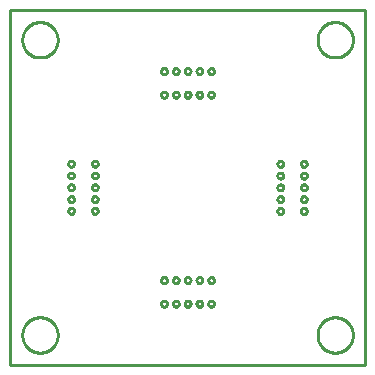
<source format=gbr>
G04 EAGLE Gerber X2 export*
%TF.Part,Single*%
%TF.FileFunction,Profile,NP*%
%TF.FilePolarity,Positive*%
%TF.GenerationSoftware,Autodesk,EAGLE,9.0.1*%
%TF.CreationDate,2018-12-20T19:56:33Z*%
G75*
%MOMM*%
%FSLAX34Y34*%
%LPD*%
%AMOC8*
5,1,8,0,0,1.08239X$1,22.5*%
G01*
%ADD10C,0.254000*%


D10*
X-150000Y-150000D02*
X150000Y-150000D01*
X150000Y150000D01*
X-150000Y150000D01*
X-150000Y-150000D01*
X-110000Y-125536D02*
X-110076Y-126604D01*
X-110229Y-127665D01*
X-110457Y-128712D01*
X-110759Y-129740D01*
X-111133Y-130744D01*
X-111578Y-131719D01*
X-112092Y-132659D01*
X-112671Y-133560D01*
X-113313Y-134418D01*
X-114015Y-135228D01*
X-114772Y-135985D01*
X-115582Y-136687D01*
X-116440Y-137329D01*
X-117341Y-137908D01*
X-118281Y-138422D01*
X-119256Y-138867D01*
X-120260Y-139241D01*
X-121288Y-139543D01*
X-122335Y-139771D01*
X-123396Y-139924D01*
X-124464Y-140000D01*
X-125536Y-140000D01*
X-126604Y-139924D01*
X-127665Y-139771D01*
X-128712Y-139543D01*
X-129740Y-139241D01*
X-130744Y-138867D01*
X-131719Y-138422D01*
X-132659Y-137908D01*
X-133560Y-137329D01*
X-134418Y-136687D01*
X-135228Y-135985D01*
X-135985Y-135228D01*
X-136687Y-134418D01*
X-137329Y-133560D01*
X-137908Y-132659D01*
X-138422Y-131719D01*
X-138867Y-130744D01*
X-139241Y-129740D01*
X-139543Y-128712D01*
X-139771Y-127665D01*
X-139924Y-126604D01*
X-140000Y-125536D01*
X-140000Y-124464D01*
X-139924Y-123396D01*
X-139771Y-122335D01*
X-139543Y-121288D01*
X-139241Y-120260D01*
X-138867Y-119256D01*
X-138422Y-118281D01*
X-137908Y-117341D01*
X-137329Y-116440D01*
X-136687Y-115582D01*
X-135985Y-114772D01*
X-135228Y-114015D01*
X-134418Y-113313D01*
X-133560Y-112671D01*
X-132659Y-112092D01*
X-131719Y-111578D01*
X-130744Y-111133D01*
X-129740Y-110759D01*
X-128712Y-110457D01*
X-127665Y-110229D01*
X-126604Y-110076D01*
X-125536Y-110000D01*
X-124464Y-110000D01*
X-123396Y-110076D01*
X-122335Y-110229D01*
X-121288Y-110457D01*
X-120260Y-110759D01*
X-119256Y-111133D01*
X-118281Y-111578D01*
X-117341Y-112092D01*
X-116440Y-112671D01*
X-115582Y-113313D01*
X-114772Y-114015D01*
X-114015Y-114772D01*
X-113313Y-115582D01*
X-112671Y-116440D01*
X-112092Y-117341D01*
X-111578Y-118281D01*
X-111133Y-119256D01*
X-110759Y-120260D01*
X-110457Y-121288D01*
X-110229Y-122335D01*
X-110076Y-123396D01*
X-110000Y-124464D01*
X-110000Y-125536D01*
X140000Y-125536D02*
X139924Y-126604D01*
X139771Y-127665D01*
X139543Y-128712D01*
X139241Y-129740D01*
X138867Y-130744D01*
X138422Y-131719D01*
X137908Y-132659D01*
X137329Y-133560D01*
X136687Y-134418D01*
X135985Y-135228D01*
X135228Y-135985D01*
X134418Y-136687D01*
X133560Y-137329D01*
X132659Y-137908D01*
X131719Y-138422D01*
X130744Y-138867D01*
X129740Y-139241D01*
X128712Y-139543D01*
X127665Y-139771D01*
X126604Y-139924D01*
X125536Y-140000D01*
X124464Y-140000D01*
X123396Y-139924D01*
X122335Y-139771D01*
X121288Y-139543D01*
X120260Y-139241D01*
X119256Y-138867D01*
X118281Y-138422D01*
X117341Y-137908D01*
X116440Y-137329D01*
X115582Y-136687D01*
X114772Y-135985D01*
X114015Y-135228D01*
X113313Y-134418D01*
X112671Y-133560D01*
X112092Y-132659D01*
X111578Y-131719D01*
X111133Y-130744D01*
X110759Y-129740D01*
X110457Y-128712D01*
X110229Y-127665D01*
X110076Y-126604D01*
X110000Y-125536D01*
X110000Y-124464D01*
X110076Y-123396D01*
X110229Y-122335D01*
X110457Y-121288D01*
X110759Y-120260D01*
X111133Y-119256D01*
X111578Y-118281D01*
X112092Y-117341D01*
X112671Y-116440D01*
X113313Y-115582D01*
X114015Y-114772D01*
X114772Y-114015D01*
X115582Y-113313D01*
X116440Y-112671D01*
X117341Y-112092D01*
X118281Y-111578D01*
X119256Y-111133D01*
X120260Y-110759D01*
X121288Y-110457D01*
X122335Y-110229D01*
X123396Y-110076D01*
X124464Y-110000D01*
X125536Y-110000D01*
X126604Y-110076D01*
X127665Y-110229D01*
X128712Y-110457D01*
X129740Y-110759D01*
X130744Y-111133D01*
X131719Y-111578D01*
X132659Y-112092D01*
X133560Y-112671D01*
X134418Y-113313D01*
X135228Y-114015D01*
X135985Y-114772D01*
X136687Y-115582D01*
X137329Y-116440D01*
X137908Y-117341D01*
X138422Y-118281D01*
X138867Y-119256D01*
X139241Y-120260D01*
X139543Y-121288D01*
X139771Y-122335D01*
X139924Y-123396D01*
X140000Y-124464D01*
X140000Y-125536D01*
X-110000Y124464D02*
X-110076Y123396D01*
X-110229Y122335D01*
X-110457Y121288D01*
X-110759Y120260D01*
X-111133Y119256D01*
X-111578Y118281D01*
X-112092Y117341D01*
X-112671Y116440D01*
X-113313Y115582D01*
X-114015Y114772D01*
X-114772Y114015D01*
X-115582Y113313D01*
X-116440Y112671D01*
X-117341Y112092D01*
X-118281Y111578D01*
X-119256Y111133D01*
X-120260Y110759D01*
X-121288Y110457D01*
X-122335Y110229D01*
X-123396Y110076D01*
X-124464Y110000D01*
X-125536Y110000D01*
X-126604Y110076D01*
X-127665Y110229D01*
X-128712Y110457D01*
X-129740Y110759D01*
X-130744Y111133D01*
X-131719Y111578D01*
X-132659Y112092D01*
X-133560Y112671D01*
X-134418Y113313D01*
X-135228Y114015D01*
X-135985Y114772D01*
X-136687Y115582D01*
X-137329Y116440D01*
X-137908Y117341D01*
X-138422Y118281D01*
X-138867Y119256D01*
X-139241Y120260D01*
X-139543Y121288D01*
X-139771Y122335D01*
X-139924Y123396D01*
X-140000Y124464D01*
X-140000Y125536D01*
X-139924Y126604D01*
X-139771Y127665D01*
X-139543Y128712D01*
X-139241Y129740D01*
X-138867Y130744D01*
X-138422Y131719D01*
X-137908Y132659D01*
X-137329Y133560D01*
X-136687Y134418D01*
X-135985Y135228D01*
X-135228Y135985D01*
X-134418Y136687D01*
X-133560Y137329D01*
X-132659Y137908D01*
X-131719Y138422D01*
X-130744Y138867D01*
X-129740Y139241D01*
X-128712Y139543D01*
X-127665Y139771D01*
X-126604Y139924D01*
X-125536Y140000D01*
X-124464Y140000D01*
X-123396Y139924D01*
X-122335Y139771D01*
X-121288Y139543D01*
X-120260Y139241D01*
X-119256Y138867D01*
X-118281Y138422D01*
X-117341Y137908D01*
X-116440Y137329D01*
X-115582Y136687D01*
X-114772Y135985D01*
X-114015Y135228D01*
X-113313Y134418D01*
X-112671Y133560D01*
X-112092Y132659D01*
X-111578Y131719D01*
X-111133Y130744D01*
X-110759Y129740D01*
X-110457Y128712D01*
X-110229Y127665D01*
X-110076Y126604D01*
X-110000Y125536D01*
X-110000Y124464D01*
X140000Y124464D02*
X139924Y123396D01*
X139771Y122335D01*
X139543Y121288D01*
X139241Y120260D01*
X138867Y119256D01*
X138422Y118281D01*
X137908Y117341D01*
X137329Y116440D01*
X136687Y115582D01*
X135985Y114772D01*
X135228Y114015D01*
X134418Y113313D01*
X133560Y112671D01*
X132659Y112092D01*
X131719Y111578D01*
X130744Y111133D01*
X129740Y110759D01*
X128712Y110457D01*
X127665Y110229D01*
X126604Y110076D01*
X125536Y110000D01*
X124464Y110000D01*
X123396Y110076D01*
X122335Y110229D01*
X121288Y110457D01*
X120260Y110759D01*
X119256Y111133D01*
X118281Y111578D01*
X117341Y112092D01*
X116440Y112671D01*
X115582Y113313D01*
X114772Y114015D01*
X114015Y114772D01*
X113313Y115582D01*
X112671Y116440D01*
X112092Y117341D01*
X111578Y118281D01*
X111133Y119256D01*
X110759Y120260D01*
X110457Y121288D01*
X110229Y122335D01*
X110076Y123396D01*
X110000Y124464D01*
X110000Y125536D01*
X110076Y126604D01*
X110229Y127665D01*
X110457Y128712D01*
X110759Y129740D01*
X111133Y130744D01*
X111578Y131719D01*
X112092Y132659D01*
X112671Y133560D01*
X113313Y134418D01*
X114015Y135228D01*
X114772Y135985D01*
X115582Y136687D01*
X116440Y137329D01*
X117341Y137908D01*
X118281Y138422D01*
X119256Y138867D01*
X120260Y139241D01*
X121288Y139543D01*
X122335Y139771D01*
X123396Y139924D01*
X124464Y140000D01*
X125536Y140000D01*
X126604Y139924D01*
X127665Y139771D01*
X128712Y139543D01*
X129740Y139241D01*
X130744Y138867D01*
X131719Y138422D01*
X132659Y137908D01*
X133560Y137329D01*
X134418Y136687D01*
X135228Y135985D01*
X135985Y135228D01*
X136687Y134418D01*
X137329Y133560D01*
X137908Y132659D01*
X138422Y131719D01*
X138867Y130744D01*
X139241Y129740D01*
X139543Y128712D01*
X139771Y127665D01*
X139924Y126604D01*
X140000Y125536D01*
X140000Y124464D01*
X-17500Y78303D02*
X-17562Y77915D01*
X-17683Y77540D01*
X-17862Y77190D01*
X-18093Y76871D01*
X-18371Y76593D01*
X-18690Y76362D01*
X-19040Y76183D01*
X-19415Y76062D01*
X-19803Y76000D01*
X-20197Y76000D01*
X-20585Y76062D01*
X-20960Y76183D01*
X-21310Y76362D01*
X-21629Y76593D01*
X-21907Y76871D01*
X-22138Y77190D01*
X-22317Y77540D01*
X-22438Y77915D01*
X-22500Y78303D01*
X-22500Y78697D01*
X-22438Y79085D01*
X-22317Y79460D01*
X-22138Y79810D01*
X-21907Y80129D01*
X-21629Y80407D01*
X-21310Y80638D01*
X-20960Y80817D01*
X-20585Y80938D01*
X-20197Y81000D01*
X-19803Y81000D01*
X-19415Y80938D01*
X-19040Y80817D01*
X-18690Y80638D01*
X-18371Y80407D01*
X-18093Y80129D01*
X-17862Y79810D01*
X-17683Y79460D01*
X-17562Y79085D01*
X-17500Y78697D01*
X-17500Y78303D01*
X-7500Y78303D02*
X-7562Y77915D01*
X-7683Y77540D01*
X-7862Y77190D01*
X-8093Y76871D01*
X-8371Y76593D01*
X-8690Y76362D01*
X-9040Y76183D01*
X-9415Y76062D01*
X-9803Y76000D01*
X-10197Y76000D01*
X-10585Y76062D01*
X-10960Y76183D01*
X-11310Y76362D01*
X-11629Y76593D01*
X-11907Y76871D01*
X-12138Y77190D01*
X-12317Y77540D01*
X-12438Y77915D01*
X-12500Y78303D01*
X-12500Y78697D01*
X-12438Y79085D01*
X-12317Y79460D01*
X-12138Y79810D01*
X-11907Y80129D01*
X-11629Y80407D01*
X-11310Y80638D01*
X-10960Y80817D01*
X-10585Y80938D01*
X-10197Y81000D01*
X-9803Y81000D01*
X-9415Y80938D01*
X-9040Y80817D01*
X-8690Y80638D01*
X-8371Y80407D01*
X-8093Y80129D01*
X-7862Y79810D01*
X-7683Y79460D01*
X-7562Y79085D01*
X-7500Y78697D01*
X-7500Y78303D01*
X2500Y78303D02*
X2438Y77915D01*
X2317Y77540D01*
X2138Y77190D01*
X1907Y76871D01*
X1629Y76593D01*
X1310Y76362D01*
X960Y76183D01*
X585Y76062D01*
X197Y76000D01*
X-197Y76000D01*
X-585Y76062D01*
X-960Y76183D01*
X-1310Y76362D01*
X-1629Y76593D01*
X-1907Y76871D01*
X-2138Y77190D01*
X-2317Y77540D01*
X-2438Y77915D01*
X-2500Y78303D01*
X-2500Y78697D01*
X-2438Y79085D01*
X-2317Y79460D01*
X-2138Y79810D01*
X-1907Y80129D01*
X-1629Y80407D01*
X-1310Y80638D01*
X-960Y80817D01*
X-585Y80938D01*
X-197Y81000D01*
X197Y81000D01*
X585Y80938D01*
X960Y80817D01*
X1310Y80638D01*
X1629Y80407D01*
X1907Y80129D01*
X2138Y79810D01*
X2317Y79460D01*
X2438Y79085D01*
X2500Y78697D01*
X2500Y78303D01*
X12500Y78303D02*
X12438Y77915D01*
X12317Y77540D01*
X12138Y77190D01*
X11907Y76871D01*
X11629Y76593D01*
X11310Y76362D01*
X10960Y76183D01*
X10585Y76062D01*
X10197Y76000D01*
X9803Y76000D01*
X9415Y76062D01*
X9040Y76183D01*
X8690Y76362D01*
X8371Y76593D01*
X8093Y76871D01*
X7862Y77190D01*
X7683Y77540D01*
X7562Y77915D01*
X7500Y78303D01*
X7500Y78697D01*
X7562Y79085D01*
X7683Y79460D01*
X7862Y79810D01*
X8093Y80129D01*
X8371Y80407D01*
X8690Y80638D01*
X9040Y80817D01*
X9415Y80938D01*
X9803Y81000D01*
X10197Y81000D01*
X10585Y80938D01*
X10960Y80817D01*
X11310Y80638D01*
X11629Y80407D01*
X11907Y80129D01*
X12138Y79810D01*
X12317Y79460D01*
X12438Y79085D01*
X12500Y78697D01*
X12500Y78303D01*
X22500Y78303D02*
X22438Y77915D01*
X22317Y77540D01*
X22138Y77190D01*
X21907Y76871D01*
X21629Y76593D01*
X21310Y76362D01*
X20960Y76183D01*
X20585Y76062D01*
X20197Y76000D01*
X19803Y76000D01*
X19415Y76062D01*
X19040Y76183D01*
X18690Y76362D01*
X18371Y76593D01*
X18093Y76871D01*
X17862Y77190D01*
X17683Y77540D01*
X17562Y77915D01*
X17500Y78303D01*
X17500Y78697D01*
X17562Y79085D01*
X17683Y79460D01*
X17862Y79810D01*
X18093Y80129D01*
X18371Y80407D01*
X18690Y80638D01*
X19040Y80817D01*
X19415Y80938D01*
X19803Y81000D01*
X20197Y81000D01*
X20585Y80938D01*
X20960Y80817D01*
X21310Y80638D01*
X21629Y80407D01*
X21907Y80129D01*
X22138Y79810D01*
X22317Y79460D01*
X22438Y79085D01*
X22500Y78697D01*
X22500Y78303D01*
X-17500Y98303D02*
X-17562Y97915D01*
X-17683Y97540D01*
X-17862Y97190D01*
X-18093Y96871D01*
X-18371Y96593D01*
X-18690Y96362D01*
X-19040Y96183D01*
X-19415Y96062D01*
X-19803Y96000D01*
X-20197Y96000D01*
X-20585Y96062D01*
X-20960Y96183D01*
X-21310Y96362D01*
X-21629Y96593D01*
X-21907Y96871D01*
X-22138Y97190D01*
X-22317Y97540D01*
X-22438Y97915D01*
X-22500Y98303D01*
X-22500Y98697D01*
X-22438Y99085D01*
X-22317Y99460D01*
X-22138Y99810D01*
X-21907Y100129D01*
X-21629Y100407D01*
X-21310Y100638D01*
X-20960Y100817D01*
X-20585Y100938D01*
X-20197Y101000D01*
X-19803Y101000D01*
X-19415Y100938D01*
X-19040Y100817D01*
X-18690Y100638D01*
X-18371Y100407D01*
X-18093Y100129D01*
X-17862Y99810D01*
X-17683Y99460D01*
X-17562Y99085D01*
X-17500Y98697D01*
X-17500Y98303D01*
X-7500Y98303D02*
X-7562Y97915D01*
X-7683Y97540D01*
X-7862Y97190D01*
X-8093Y96871D01*
X-8371Y96593D01*
X-8690Y96362D01*
X-9040Y96183D01*
X-9415Y96062D01*
X-9803Y96000D01*
X-10197Y96000D01*
X-10585Y96062D01*
X-10960Y96183D01*
X-11310Y96362D01*
X-11629Y96593D01*
X-11907Y96871D01*
X-12138Y97190D01*
X-12317Y97540D01*
X-12438Y97915D01*
X-12500Y98303D01*
X-12500Y98697D01*
X-12438Y99085D01*
X-12317Y99460D01*
X-12138Y99810D01*
X-11907Y100129D01*
X-11629Y100407D01*
X-11310Y100638D01*
X-10960Y100817D01*
X-10585Y100938D01*
X-10197Y101000D01*
X-9803Y101000D01*
X-9415Y100938D01*
X-9040Y100817D01*
X-8690Y100638D01*
X-8371Y100407D01*
X-8093Y100129D01*
X-7862Y99810D01*
X-7683Y99460D01*
X-7562Y99085D01*
X-7500Y98697D01*
X-7500Y98303D01*
X2500Y98303D02*
X2438Y97915D01*
X2317Y97540D01*
X2138Y97190D01*
X1907Y96871D01*
X1629Y96593D01*
X1310Y96362D01*
X960Y96183D01*
X585Y96062D01*
X197Y96000D01*
X-197Y96000D01*
X-585Y96062D01*
X-960Y96183D01*
X-1310Y96362D01*
X-1629Y96593D01*
X-1907Y96871D01*
X-2138Y97190D01*
X-2317Y97540D01*
X-2438Y97915D01*
X-2500Y98303D01*
X-2500Y98697D01*
X-2438Y99085D01*
X-2317Y99460D01*
X-2138Y99810D01*
X-1907Y100129D01*
X-1629Y100407D01*
X-1310Y100638D01*
X-960Y100817D01*
X-585Y100938D01*
X-197Y101000D01*
X197Y101000D01*
X585Y100938D01*
X960Y100817D01*
X1310Y100638D01*
X1629Y100407D01*
X1907Y100129D01*
X2138Y99810D01*
X2317Y99460D01*
X2438Y99085D01*
X2500Y98697D01*
X2500Y98303D01*
X12500Y98303D02*
X12438Y97915D01*
X12317Y97540D01*
X12138Y97190D01*
X11907Y96871D01*
X11629Y96593D01*
X11310Y96362D01*
X10960Y96183D01*
X10585Y96062D01*
X10197Y96000D01*
X9803Y96000D01*
X9415Y96062D01*
X9040Y96183D01*
X8690Y96362D01*
X8371Y96593D01*
X8093Y96871D01*
X7862Y97190D01*
X7683Y97540D01*
X7562Y97915D01*
X7500Y98303D01*
X7500Y98697D01*
X7562Y99085D01*
X7683Y99460D01*
X7862Y99810D01*
X8093Y100129D01*
X8371Y100407D01*
X8690Y100638D01*
X9040Y100817D01*
X9415Y100938D01*
X9803Y101000D01*
X10197Y101000D01*
X10585Y100938D01*
X10960Y100817D01*
X11310Y100638D01*
X11629Y100407D01*
X11907Y100129D01*
X12138Y99810D01*
X12317Y99460D01*
X12438Y99085D01*
X12500Y98697D01*
X12500Y98303D01*
X22500Y98303D02*
X22438Y97915D01*
X22317Y97540D01*
X22138Y97190D01*
X21907Y96871D01*
X21629Y96593D01*
X21310Y96362D01*
X20960Y96183D01*
X20585Y96062D01*
X20197Y96000D01*
X19803Y96000D01*
X19415Y96062D01*
X19040Y96183D01*
X18690Y96362D01*
X18371Y96593D01*
X18093Y96871D01*
X17862Y97190D01*
X17683Y97540D01*
X17562Y97915D01*
X17500Y98303D01*
X17500Y98697D01*
X17562Y99085D01*
X17683Y99460D01*
X17862Y99810D01*
X18093Y100129D01*
X18371Y100407D01*
X18690Y100638D01*
X19040Y100817D01*
X19415Y100938D01*
X19803Y101000D01*
X20197Y101000D01*
X20585Y100938D01*
X20960Y100817D01*
X21310Y100638D01*
X21629Y100407D01*
X21907Y100129D01*
X22138Y99810D01*
X22317Y99460D01*
X22438Y99085D01*
X22500Y98697D01*
X22500Y98303D01*
X-76100Y-20097D02*
X-76162Y-20485D01*
X-76283Y-20860D01*
X-76462Y-21210D01*
X-76693Y-21529D01*
X-76971Y-21807D01*
X-77290Y-22038D01*
X-77640Y-22217D01*
X-78015Y-22338D01*
X-78403Y-22400D01*
X-78797Y-22400D01*
X-79185Y-22338D01*
X-79560Y-22217D01*
X-79910Y-22038D01*
X-80229Y-21807D01*
X-80507Y-21529D01*
X-80738Y-21210D01*
X-80917Y-20860D01*
X-81038Y-20485D01*
X-81100Y-20097D01*
X-81100Y-19703D01*
X-81038Y-19315D01*
X-80917Y-18940D01*
X-80738Y-18590D01*
X-80507Y-18271D01*
X-80229Y-17993D01*
X-79910Y-17762D01*
X-79560Y-17583D01*
X-79185Y-17462D01*
X-78797Y-17400D01*
X-78403Y-17400D01*
X-78015Y-17462D01*
X-77640Y-17583D01*
X-77290Y-17762D01*
X-76971Y-17993D01*
X-76693Y-18271D01*
X-76462Y-18590D01*
X-76283Y-18940D01*
X-76162Y-19315D01*
X-76100Y-19703D01*
X-76100Y-20097D01*
X-76100Y-10097D02*
X-76162Y-10485D01*
X-76283Y-10860D01*
X-76462Y-11210D01*
X-76693Y-11529D01*
X-76971Y-11807D01*
X-77290Y-12038D01*
X-77640Y-12217D01*
X-78015Y-12338D01*
X-78403Y-12400D01*
X-78797Y-12400D01*
X-79185Y-12338D01*
X-79560Y-12217D01*
X-79910Y-12038D01*
X-80229Y-11807D01*
X-80507Y-11529D01*
X-80738Y-11210D01*
X-80917Y-10860D01*
X-81038Y-10485D01*
X-81100Y-10097D01*
X-81100Y-9703D01*
X-81038Y-9315D01*
X-80917Y-8940D01*
X-80738Y-8590D01*
X-80507Y-8271D01*
X-80229Y-7993D01*
X-79910Y-7762D01*
X-79560Y-7583D01*
X-79185Y-7462D01*
X-78797Y-7400D01*
X-78403Y-7400D01*
X-78015Y-7462D01*
X-77640Y-7583D01*
X-77290Y-7762D01*
X-76971Y-7993D01*
X-76693Y-8271D01*
X-76462Y-8590D01*
X-76283Y-8940D01*
X-76162Y-9315D01*
X-76100Y-9703D01*
X-76100Y-10097D01*
X-76100Y-97D02*
X-76162Y-485D01*
X-76283Y-860D01*
X-76462Y-1210D01*
X-76693Y-1529D01*
X-76971Y-1807D01*
X-77290Y-2038D01*
X-77640Y-2217D01*
X-78015Y-2338D01*
X-78403Y-2400D01*
X-78797Y-2400D01*
X-79185Y-2338D01*
X-79560Y-2217D01*
X-79910Y-2038D01*
X-80229Y-1807D01*
X-80507Y-1529D01*
X-80738Y-1210D01*
X-80917Y-860D01*
X-81038Y-485D01*
X-81100Y-97D01*
X-81100Y297D01*
X-81038Y685D01*
X-80917Y1060D01*
X-80738Y1410D01*
X-80507Y1729D01*
X-80229Y2007D01*
X-79910Y2238D01*
X-79560Y2417D01*
X-79185Y2538D01*
X-78797Y2600D01*
X-78403Y2600D01*
X-78015Y2538D01*
X-77640Y2417D01*
X-77290Y2238D01*
X-76971Y2007D01*
X-76693Y1729D01*
X-76462Y1410D01*
X-76283Y1060D01*
X-76162Y685D01*
X-76100Y297D01*
X-76100Y-97D01*
X-76100Y9903D02*
X-76162Y9515D01*
X-76283Y9140D01*
X-76462Y8790D01*
X-76693Y8471D01*
X-76971Y8193D01*
X-77290Y7962D01*
X-77640Y7783D01*
X-78015Y7662D01*
X-78403Y7600D01*
X-78797Y7600D01*
X-79185Y7662D01*
X-79560Y7783D01*
X-79910Y7962D01*
X-80229Y8193D01*
X-80507Y8471D01*
X-80738Y8790D01*
X-80917Y9140D01*
X-81038Y9515D01*
X-81100Y9903D01*
X-81100Y10297D01*
X-81038Y10685D01*
X-80917Y11060D01*
X-80738Y11410D01*
X-80507Y11729D01*
X-80229Y12007D01*
X-79910Y12238D01*
X-79560Y12417D01*
X-79185Y12538D01*
X-78797Y12600D01*
X-78403Y12600D01*
X-78015Y12538D01*
X-77640Y12417D01*
X-77290Y12238D01*
X-76971Y12007D01*
X-76693Y11729D01*
X-76462Y11410D01*
X-76283Y11060D01*
X-76162Y10685D01*
X-76100Y10297D01*
X-76100Y9903D01*
X-76100Y19903D02*
X-76162Y19515D01*
X-76283Y19140D01*
X-76462Y18790D01*
X-76693Y18471D01*
X-76971Y18193D01*
X-77290Y17962D01*
X-77640Y17783D01*
X-78015Y17662D01*
X-78403Y17600D01*
X-78797Y17600D01*
X-79185Y17662D01*
X-79560Y17783D01*
X-79910Y17962D01*
X-80229Y18193D01*
X-80507Y18471D01*
X-80738Y18790D01*
X-80917Y19140D01*
X-81038Y19515D01*
X-81100Y19903D01*
X-81100Y20297D01*
X-81038Y20685D01*
X-80917Y21060D01*
X-80738Y21410D01*
X-80507Y21729D01*
X-80229Y22007D01*
X-79910Y22238D01*
X-79560Y22417D01*
X-79185Y22538D01*
X-78797Y22600D01*
X-78403Y22600D01*
X-78015Y22538D01*
X-77640Y22417D01*
X-77290Y22238D01*
X-76971Y22007D01*
X-76693Y21729D01*
X-76462Y21410D01*
X-76283Y21060D01*
X-76162Y20685D01*
X-76100Y20297D01*
X-76100Y19903D01*
X-96100Y-20097D02*
X-96162Y-20485D01*
X-96283Y-20860D01*
X-96462Y-21210D01*
X-96693Y-21529D01*
X-96971Y-21807D01*
X-97290Y-22038D01*
X-97640Y-22217D01*
X-98015Y-22338D01*
X-98403Y-22400D01*
X-98797Y-22400D01*
X-99185Y-22338D01*
X-99560Y-22217D01*
X-99910Y-22038D01*
X-100229Y-21807D01*
X-100507Y-21529D01*
X-100738Y-21210D01*
X-100917Y-20860D01*
X-101038Y-20485D01*
X-101100Y-20097D01*
X-101100Y-19703D01*
X-101038Y-19315D01*
X-100917Y-18940D01*
X-100738Y-18590D01*
X-100507Y-18271D01*
X-100229Y-17993D01*
X-99910Y-17762D01*
X-99560Y-17583D01*
X-99185Y-17462D01*
X-98797Y-17400D01*
X-98403Y-17400D01*
X-98015Y-17462D01*
X-97640Y-17583D01*
X-97290Y-17762D01*
X-96971Y-17993D01*
X-96693Y-18271D01*
X-96462Y-18590D01*
X-96283Y-18940D01*
X-96162Y-19315D01*
X-96100Y-19703D01*
X-96100Y-20097D01*
X-96100Y-10097D02*
X-96162Y-10485D01*
X-96283Y-10860D01*
X-96462Y-11210D01*
X-96693Y-11529D01*
X-96971Y-11807D01*
X-97290Y-12038D01*
X-97640Y-12217D01*
X-98015Y-12338D01*
X-98403Y-12400D01*
X-98797Y-12400D01*
X-99185Y-12338D01*
X-99560Y-12217D01*
X-99910Y-12038D01*
X-100229Y-11807D01*
X-100507Y-11529D01*
X-100738Y-11210D01*
X-100917Y-10860D01*
X-101038Y-10485D01*
X-101100Y-10097D01*
X-101100Y-9703D01*
X-101038Y-9315D01*
X-100917Y-8940D01*
X-100738Y-8590D01*
X-100507Y-8271D01*
X-100229Y-7993D01*
X-99910Y-7762D01*
X-99560Y-7583D01*
X-99185Y-7462D01*
X-98797Y-7400D01*
X-98403Y-7400D01*
X-98015Y-7462D01*
X-97640Y-7583D01*
X-97290Y-7762D01*
X-96971Y-7993D01*
X-96693Y-8271D01*
X-96462Y-8590D01*
X-96283Y-8940D01*
X-96162Y-9315D01*
X-96100Y-9703D01*
X-96100Y-10097D01*
X-96100Y-97D02*
X-96162Y-485D01*
X-96283Y-860D01*
X-96462Y-1210D01*
X-96693Y-1529D01*
X-96971Y-1807D01*
X-97290Y-2038D01*
X-97640Y-2217D01*
X-98015Y-2338D01*
X-98403Y-2400D01*
X-98797Y-2400D01*
X-99185Y-2338D01*
X-99560Y-2217D01*
X-99910Y-2038D01*
X-100229Y-1807D01*
X-100507Y-1529D01*
X-100738Y-1210D01*
X-100917Y-860D01*
X-101038Y-485D01*
X-101100Y-97D01*
X-101100Y297D01*
X-101038Y685D01*
X-100917Y1060D01*
X-100738Y1410D01*
X-100507Y1729D01*
X-100229Y2007D01*
X-99910Y2238D01*
X-99560Y2417D01*
X-99185Y2538D01*
X-98797Y2600D01*
X-98403Y2600D01*
X-98015Y2538D01*
X-97640Y2417D01*
X-97290Y2238D01*
X-96971Y2007D01*
X-96693Y1729D01*
X-96462Y1410D01*
X-96283Y1060D01*
X-96162Y685D01*
X-96100Y297D01*
X-96100Y-97D01*
X-96100Y9903D02*
X-96162Y9515D01*
X-96283Y9140D01*
X-96462Y8790D01*
X-96693Y8471D01*
X-96971Y8193D01*
X-97290Y7962D01*
X-97640Y7783D01*
X-98015Y7662D01*
X-98403Y7600D01*
X-98797Y7600D01*
X-99185Y7662D01*
X-99560Y7783D01*
X-99910Y7962D01*
X-100229Y8193D01*
X-100507Y8471D01*
X-100738Y8790D01*
X-100917Y9140D01*
X-101038Y9515D01*
X-101100Y9903D01*
X-101100Y10297D01*
X-101038Y10685D01*
X-100917Y11060D01*
X-100738Y11410D01*
X-100507Y11729D01*
X-100229Y12007D01*
X-99910Y12238D01*
X-99560Y12417D01*
X-99185Y12538D01*
X-98797Y12600D01*
X-98403Y12600D01*
X-98015Y12538D01*
X-97640Y12417D01*
X-97290Y12238D01*
X-96971Y12007D01*
X-96693Y11729D01*
X-96462Y11410D01*
X-96283Y11060D01*
X-96162Y10685D01*
X-96100Y10297D01*
X-96100Y9903D01*
X-96100Y19903D02*
X-96162Y19515D01*
X-96283Y19140D01*
X-96462Y18790D01*
X-96693Y18471D01*
X-96971Y18193D01*
X-97290Y17962D01*
X-97640Y17783D01*
X-98015Y17662D01*
X-98403Y17600D01*
X-98797Y17600D01*
X-99185Y17662D01*
X-99560Y17783D01*
X-99910Y17962D01*
X-100229Y18193D01*
X-100507Y18471D01*
X-100738Y18790D01*
X-100917Y19140D01*
X-101038Y19515D01*
X-101100Y19903D01*
X-101100Y20297D01*
X-101038Y20685D01*
X-100917Y21060D01*
X-100738Y21410D01*
X-100507Y21729D01*
X-100229Y22007D01*
X-99910Y22238D01*
X-99560Y22417D01*
X-99185Y22538D01*
X-98797Y22600D01*
X-98403Y22600D01*
X-98015Y22538D01*
X-97640Y22417D01*
X-97290Y22238D01*
X-96971Y22007D01*
X-96693Y21729D01*
X-96462Y21410D01*
X-96283Y21060D01*
X-96162Y20685D01*
X-96100Y20297D01*
X-96100Y19903D01*
X101000Y-20197D02*
X100938Y-20585D01*
X100817Y-20960D01*
X100638Y-21310D01*
X100407Y-21629D01*
X100129Y-21907D01*
X99810Y-22138D01*
X99460Y-22317D01*
X99085Y-22438D01*
X98697Y-22500D01*
X98303Y-22500D01*
X97915Y-22438D01*
X97540Y-22317D01*
X97190Y-22138D01*
X96871Y-21907D01*
X96593Y-21629D01*
X96362Y-21310D01*
X96183Y-20960D01*
X96062Y-20585D01*
X96000Y-20197D01*
X96000Y-19803D01*
X96062Y-19415D01*
X96183Y-19040D01*
X96362Y-18690D01*
X96593Y-18371D01*
X96871Y-18093D01*
X97190Y-17862D01*
X97540Y-17683D01*
X97915Y-17562D01*
X98303Y-17500D01*
X98697Y-17500D01*
X99085Y-17562D01*
X99460Y-17683D01*
X99810Y-17862D01*
X100129Y-18093D01*
X100407Y-18371D01*
X100638Y-18690D01*
X100817Y-19040D01*
X100938Y-19415D01*
X101000Y-19803D01*
X101000Y-20197D01*
X101000Y-10197D02*
X100938Y-10585D01*
X100817Y-10960D01*
X100638Y-11310D01*
X100407Y-11629D01*
X100129Y-11907D01*
X99810Y-12138D01*
X99460Y-12317D01*
X99085Y-12438D01*
X98697Y-12500D01*
X98303Y-12500D01*
X97915Y-12438D01*
X97540Y-12317D01*
X97190Y-12138D01*
X96871Y-11907D01*
X96593Y-11629D01*
X96362Y-11310D01*
X96183Y-10960D01*
X96062Y-10585D01*
X96000Y-10197D01*
X96000Y-9803D01*
X96062Y-9415D01*
X96183Y-9040D01*
X96362Y-8690D01*
X96593Y-8371D01*
X96871Y-8093D01*
X97190Y-7862D01*
X97540Y-7683D01*
X97915Y-7562D01*
X98303Y-7500D01*
X98697Y-7500D01*
X99085Y-7562D01*
X99460Y-7683D01*
X99810Y-7862D01*
X100129Y-8093D01*
X100407Y-8371D01*
X100638Y-8690D01*
X100817Y-9040D01*
X100938Y-9415D01*
X101000Y-9803D01*
X101000Y-10197D01*
X101000Y-197D02*
X100938Y-585D01*
X100817Y-960D01*
X100638Y-1310D01*
X100407Y-1629D01*
X100129Y-1907D01*
X99810Y-2138D01*
X99460Y-2317D01*
X99085Y-2438D01*
X98697Y-2500D01*
X98303Y-2500D01*
X97915Y-2438D01*
X97540Y-2317D01*
X97190Y-2138D01*
X96871Y-1907D01*
X96593Y-1629D01*
X96362Y-1310D01*
X96183Y-960D01*
X96062Y-585D01*
X96000Y-197D01*
X96000Y197D01*
X96062Y585D01*
X96183Y960D01*
X96362Y1310D01*
X96593Y1629D01*
X96871Y1907D01*
X97190Y2138D01*
X97540Y2317D01*
X97915Y2438D01*
X98303Y2500D01*
X98697Y2500D01*
X99085Y2438D01*
X99460Y2317D01*
X99810Y2138D01*
X100129Y1907D01*
X100407Y1629D01*
X100638Y1310D01*
X100817Y960D01*
X100938Y585D01*
X101000Y197D01*
X101000Y-197D01*
X101000Y9803D02*
X100938Y9415D01*
X100817Y9040D01*
X100638Y8690D01*
X100407Y8371D01*
X100129Y8093D01*
X99810Y7862D01*
X99460Y7683D01*
X99085Y7562D01*
X98697Y7500D01*
X98303Y7500D01*
X97915Y7562D01*
X97540Y7683D01*
X97190Y7862D01*
X96871Y8093D01*
X96593Y8371D01*
X96362Y8690D01*
X96183Y9040D01*
X96062Y9415D01*
X96000Y9803D01*
X96000Y10197D01*
X96062Y10585D01*
X96183Y10960D01*
X96362Y11310D01*
X96593Y11629D01*
X96871Y11907D01*
X97190Y12138D01*
X97540Y12317D01*
X97915Y12438D01*
X98303Y12500D01*
X98697Y12500D01*
X99085Y12438D01*
X99460Y12317D01*
X99810Y12138D01*
X100129Y11907D01*
X100407Y11629D01*
X100638Y11310D01*
X100817Y10960D01*
X100938Y10585D01*
X101000Y10197D01*
X101000Y9803D01*
X101000Y19803D02*
X100938Y19415D01*
X100817Y19040D01*
X100638Y18690D01*
X100407Y18371D01*
X100129Y18093D01*
X99810Y17862D01*
X99460Y17683D01*
X99085Y17562D01*
X98697Y17500D01*
X98303Y17500D01*
X97915Y17562D01*
X97540Y17683D01*
X97190Y17862D01*
X96871Y18093D01*
X96593Y18371D01*
X96362Y18690D01*
X96183Y19040D01*
X96062Y19415D01*
X96000Y19803D01*
X96000Y20197D01*
X96062Y20585D01*
X96183Y20960D01*
X96362Y21310D01*
X96593Y21629D01*
X96871Y21907D01*
X97190Y22138D01*
X97540Y22317D01*
X97915Y22438D01*
X98303Y22500D01*
X98697Y22500D01*
X99085Y22438D01*
X99460Y22317D01*
X99810Y22138D01*
X100129Y21907D01*
X100407Y21629D01*
X100638Y21310D01*
X100817Y20960D01*
X100938Y20585D01*
X101000Y20197D01*
X101000Y19803D01*
X81000Y-20197D02*
X80938Y-20585D01*
X80817Y-20960D01*
X80638Y-21310D01*
X80407Y-21629D01*
X80129Y-21907D01*
X79810Y-22138D01*
X79460Y-22317D01*
X79085Y-22438D01*
X78697Y-22500D01*
X78303Y-22500D01*
X77915Y-22438D01*
X77540Y-22317D01*
X77190Y-22138D01*
X76871Y-21907D01*
X76593Y-21629D01*
X76362Y-21310D01*
X76183Y-20960D01*
X76062Y-20585D01*
X76000Y-20197D01*
X76000Y-19803D01*
X76062Y-19415D01*
X76183Y-19040D01*
X76362Y-18690D01*
X76593Y-18371D01*
X76871Y-18093D01*
X77190Y-17862D01*
X77540Y-17683D01*
X77915Y-17562D01*
X78303Y-17500D01*
X78697Y-17500D01*
X79085Y-17562D01*
X79460Y-17683D01*
X79810Y-17862D01*
X80129Y-18093D01*
X80407Y-18371D01*
X80638Y-18690D01*
X80817Y-19040D01*
X80938Y-19415D01*
X81000Y-19803D01*
X81000Y-20197D01*
X81000Y-10197D02*
X80938Y-10585D01*
X80817Y-10960D01*
X80638Y-11310D01*
X80407Y-11629D01*
X80129Y-11907D01*
X79810Y-12138D01*
X79460Y-12317D01*
X79085Y-12438D01*
X78697Y-12500D01*
X78303Y-12500D01*
X77915Y-12438D01*
X77540Y-12317D01*
X77190Y-12138D01*
X76871Y-11907D01*
X76593Y-11629D01*
X76362Y-11310D01*
X76183Y-10960D01*
X76062Y-10585D01*
X76000Y-10197D01*
X76000Y-9803D01*
X76062Y-9415D01*
X76183Y-9040D01*
X76362Y-8690D01*
X76593Y-8371D01*
X76871Y-8093D01*
X77190Y-7862D01*
X77540Y-7683D01*
X77915Y-7562D01*
X78303Y-7500D01*
X78697Y-7500D01*
X79085Y-7562D01*
X79460Y-7683D01*
X79810Y-7862D01*
X80129Y-8093D01*
X80407Y-8371D01*
X80638Y-8690D01*
X80817Y-9040D01*
X80938Y-9415D01*
X81000Y-9803D01*
X81000Y-10197D01*
X81000Y-197D02*
X80938Y-585D01*
X80817Y-960D01*
X80638Y-1310D01*
X80407Y-1629D01*
X80129Y-1907D01*
X79810Y-2138D01*
X79460Y-2317D01*
X79085Y-2438D01*
X78697Y-2500D01*
X78303Y-2500D01*
X77915Y-2438D01*
X77540Y-2317D01*
X77190Y-2138D01*
X76871Y-1907D01*
X76593Y-1629D01*
X76362Y-1310D01*
X76183Y-960D01*
X76062Y-585D01*
X76000Y-197D01*
X76000Y197D01*
X76062Y585D01*
X76183Y960D01*
X76362Y1310D01*
X76593Y1629D01*
X76871Y1907D01*
X77190Y2138D01*
X77540Y2317D01*
X77915Y2438D01*
X78303Y2500D01*
X78697Y2500D01*
X79085Y2438D01*
X79460Y2317D01*
X79810Y2138D01*
X80129Y1907D01*
X80407Y1629D01*
X80638Y1310D01*
X80817Y960D01*
X80938Y585D01*
X81000Y197D01*
X81000Y-197D01*
X81000Y9803D02*
X80938Y9415D01*
X80817Y9040D01*
X80638Y8690D01*
X80407Y8371D01*
X80129Y8093D01*
X79810Y7862D01*
X79460Y7683D01*
X79085Y7562D01*
X78697Y7500D01*
X78303Y7500D01*
X77915Y7562D01*
X77540Y7683D01*
X77190Y7862D01*
X76871Y8093D01*
X76593Y8371D01*
X76362Y8690D01*
X76183Y9040D01*
X76062Y9415D01*
X76000Y9803D01*
X76000Y10197D01*
X76062Y10585D01*
X76183Y10960D01*
X76362Y11310D01*
X76593Y11629D01*
X76871Y11907D01*
X77190Y12138D01*
X77540Y12317D01*
X77915Y12438D01*
X78303Y12500D01*
X78697Y12500D01*
X79085Y12438D01*
X79460Y12317D01*
X79810Y12138D01*
X80129Y11907D01*
X80407Y11629D01*
X80638Y11310D01*
X80817Y10960D01*
X80938Y10585D01*
X81000Y10197D01*
X81000Y9803D01*
X81000Y19803D02*
X80938Y19415D01*
X80817Y19040D01*
X80638Y18690D01*
X80407Y18371D01*
X80129Y18093D01*
X79810Y17862D01*
X79460Y17683D01*
X79085Y17562D01*
X78697Y17500D01*
X78303Y17500D01*
X77915Y17562D01*
X77540Y17683D01*
X77190Y17862D01*
X76871Y18093D01*
X76593Y18371D01*
X76362Y18690D01*
X76183Y19040D01*
X76062Y19415D01*
X76000Y19803D01*
X76000Y20197D01*
X76062Y20585D01*
X76183Y20960D01*
X76362Y21310D01*
X76593Y21629D01*
X76871Y21907D01*
X77190Y22138D01*
X77540Y22317D01*
X77915Y22438D01*
X78303Y22500D01*
X78697Y22500D01*
X79085Y22438D01*
X79460Y22317D01*
X79810Y22138D01*
X80129Y21907D01*
X80407Y21629D01*
X80638Y21310D01*
X80817Y20960D01*
X80938Y20585D01*
X81000Y20197D01*
X81000Y19803D01*
X-17500Y-98697D02*
X-17562Y-99085D01*
X-17683Y-99460D01*
X-17862Y-99810D01*
X-18093Y-100129D01*
X-18371Y-100407D01*
X-18690Y-100638D01*
X-19040Y-100817D01*
X-19415Y-100938D01*
X-19803Y-101000D01*
X-20197Y-101000D01*
X-20585Y-100938D01*
X-20960Y-100817D01*
X-21310Y-100638D01*
X-21629Y-100407D01*
X-21907Y-100129D01*
X-22138Y-99810D01*
X-22317Y-99460D01*
X-22438Y-99085D01*
X-22500Y-98697D01*
X-22500Y-98303D01*
X-22438Y-97915D01*
X-22317Y-97540D01*
X-22138Y-97190D01*
X-21907Y-96871D01*
X-21629Y-96593D01*
X-21310Y-96362D01*
X-20960Y-96183D01*
X-20585Y-96062D01*
X-20197Y-96000D01*
X-19803Y-96000D01*
X-19415Y-96062D01*
X-19040Y-96183D01*
X-18690Y-96362D01*
X-18371Y-96593D01*
X-18093Y-96871D01*
X-17862Y-97190D01*
X-17683Y-97540D01*
X-17562Y-97915D01*
X-17500Y-98303D01*
X-17500Y-98697D01*
X-7500Y-98697D02*
X-7562Y-99085D01*
X-7683Y-99460D01*
X-7862Y-99810D01*
X-8093Y-100129D01*
X-8371Y-100407D01*
X-8690Y-100638D01*
X-9040Y-100817D01*
X-9415Y-100938D01*
X-9803Y-101000D01*
X-10197Y-101000D01*
X-10585Y-100938D01*
X-10960Y-100817D01*
X-11310Y-100638D01*
X-11629Y-100407D01*
X-11907Y-100129D01*
X-12138Y-99810D01*
X-12317Y-99460D01*
X-12438Y-99085D01*
X-12500Y-98697D01*
X-12500Y-98303D01*
X-12438Y-97915D01*
X-12317Y-97540D01*
X-12138Y-97190D01*
X-11907Y-96871D01*
X-11629Y-96593D01*
X-11310Y-96362D01*
X-10960Y-96183D01*
X-10585Y-96062D01*
X-10197Y-96000D01*
X-9803Y-96000D01*
X-9415Y-96062D01*
X-9040Y-96183D01*
X-8690Y-96362D01*
X-8371Y-96593D01*
X-8093Y-96871D01*
X-7862Y-97190D01*
X-7683Y-97540D01*
X-7562Y-97915D01*
X-7500Y-98303D01*
X-7500Y-98697D01*
X2500Y-98697D02*
X2438Y-99085D01*
X2317Y-99460D01*
X2138Y-99810D01*
X1907Y-100129D01*
X1629Y-100407D01*
X1310Y-100638D01*
X960Y-100817D01*
X585Y-100938D01*
X197Y-101000D01*
X-197Y-101000D01*
X-585Y-100938D01*
X-960Y-100817D01*
X-1310Y-100638D01*
X-1629Y-100407D01*
X-1907Y-100129D01*
X-2138Y-99810D01*
X-2317Y-99460D01*
X-2438Y-99085D01*
X-2500Y-98697D01*
X-2500Y-98303D01*
X-2438Y-97915D01*
X-2317Y-97540D01*
X-2138Y-97190D01*
X-1907Y-96871D01*
X-1629Y-96593D01*
X-1310Y-96362D01*
X-960Y-96183D01*
X-585Y-96062D01*
X-197Y-96000D01*
X197Y-96000D01*
X585Y-96062D01*
X960Y-96183D01*
X1310Y-96362D01*
X1629Y-96593D01*
X1907Y-96871D01*
X2138Y-97190D01*
X2317Y-97540D01*
X2438Y-97915D01*
X2500Y-98303D01*
X2500Y-98697D01*
X12500Y-98697D02*
X12438Y-99085D01*
X12317Y-99460D01*
X12138Y-99810D01*
X11907Y-100129D01*
X11629Y-100407D01*
X11310Y-100638D01*
X10960Y-100817D01*
X10585Y-100938D01*
X10197Y-101000D01*
X9803Y-101000D01*
X9415Y-100938D01*
X9040Y-100817D01*
X8690Y-100638D01*
X8371Y-100407D01*
X8093Y-100129D01*
X7862Y-99810D01*
X7683Y-99460D01*
X7562Y-99085D01*
X7500Y-98697D01*
X7500Y-98303D01*
X7562Y-97915D01*
X7683Y-97540D01*
X7862Y-97190D01*
X8093Y-96871D01*
X8371Y-96593D01*
X8690Y-96362D01*
X9040Y-96183D01*
X9415Y-96062D01*
X9803Y-96000D01*
X10197Y-96000D01*
X10585Y-96062D01*
X10960Y-96183D01*
X11310Y-96362D01*
X11629Y-96593D01*
X11907Y-96871D01*
X12138Y-97190D01*
X12317Y-97540D01*
X12438Y-97915D01*
X12500Y-98303D01*
X12500Y-98697D01*
X22500Y-98697D02*
X22438Y-99085D01*
X22317Y-99460D01*
X22138Y-99810D01*
X21907Y-100129D01*
X21629Y-100407D01*
X21310Y-100638D01*
X20960Y-100817D01*
X20585Y-100938D01*
X20197Y-101000D01*
X19803Y-101000D01*
X19415Y-100938D01*
X19040Y-100817D01*
X18690Y-100638D01*
X18371Y-100407D01*
X18093Y-100129D01*
X17862Y-99810D01*
X17683Y-99460D01*
X17562Y-99085D01*
X17500Y-98697D01*
X17500Y-98303D01*
X17562Y-97915D01*
X17683Y-97540D01*
X17862Y-97190D01*
X18093Y-96871D01*
X18371Y-96593D01*
X18690Y-96362D01*
X19040Y-96183D01*
X19415Y-96062D01*
X19803Y-96000D01*
X20197Y-96000D01*
X20585Y-96062D01*
X20960Y-96183D01*
X21310Y-96362D01*
X21629Y-96593D01*
X21907Y-96871D01*
X22138Y-97190D01*
X22317Y-97540D01*
X22438Y-97915D01*
X22500Y-98303D01*
X22500Y-98697D01*
X-17500Y-78697D02*
X-17562Y-79085D01*
X-17683Y-79460D01*
X-17862Y-79810D01*
X-18093Y-80129D01*
X-18371Y-80407D01*
X-18690Y-80638D01*
X-19040Y-80817D01*
X-19415Y-80938D01*
X-19803Y-81000D01*
X-20197Y-81000D01*
X-20585Y-80938D01*
X-20960Y-80817D01*
X-21310Y-80638D01*
X-21629Y-80407D01*
X-21907Y-80129D01*
X-22138Y-79810D01*
X-22317Y-79460D01*
X-22438Y-79085D01*
X-22500Y-78697D01*
X-22500Y-78303D01*
X-22438Y-77915D01*
X-22317Y-77540D01*
X-22138Y-77190D01*
X-21907Y-76871D01*
X-21629Y-76593D01*
X-21310Y-76362D01*
X-20960Y-76183D01*
X-20585Y-76062D01*
X-20197Y-76000D01*
X-19803Y-76000D01*
X-19415Y-76062D01*
X-19040Y-76183D01*
X-18690Y-76362D01*
X-18371Y-76593D01*
X-18093Y-76871D01*
X-17862Y-77190D01*
X-17683Y-77540D01*
X-17562Y-77915D01*
X-17500Y-78303D01*
X-17500Y-78697D01*
X-7500Y-78697D02*
X-7562Y-79085D01*
X-7683Y-79460D01*
X-7862Y-79810D01*
X-8093Y-80129D01*
X-8371Y-80407D01*
X-8690Y-80638D01*
X-9040Y-80817D01*
X-9415Y-80938D01*
X-9803Y-81000D01*
X-10197Y-81000D01*
X-10585Y-80938D01*
X-10960Y-80817D01*
X-11310Y-80638D01*
X-11629Y-80407D01*
X-11907Y-80129D01*
X-12138Y-79810D01*
X-12317Y-79460D01*
X-12438Y-79085D01*
X-12500Y-78697D01*
X-12500Y-78303D01*
X-12438Y-77915D01*
X-12317Y-77540D01*
X-12138Y-77190D01*
X-11907Y-76871D01*
X-11629Y-76593D01*
X-11310Y-76362D01*
X-10960Y-76183D01*
X-10585Y-76062D01*
X-10197Y-76000D01*
X-9803Y-76000D01*
X-9415Y-76062D01*
X-9040Y-76183D01*
X-8690Y-76362D01*
X-8371Y-76593D01*
X-8093Y-76871D01*
X-7862Y-77190D01*
X-7683Y-77540D01*
X-7562Y-77915D01*
X-7500Y-78303D01*
X-7500Y-78697D01*
X2500Y-78697D02*
X2438Y-79085D01*
X2317Y-79460D01*
X2138Y-79810D01*
X1907Y-80129D01*
X1629Y-80407D01*
X1310Y-80638D01*
X960Y-80817D01*
X585Y-80938D01*
X197Y-81000D01*
X-197Y-81000D01*
X-585Y-80938D01*
X-960Y-80817D01*
X-1310Y-80638D01*
X-1629Y-80407D01*
X-1907Y-80129D01*
X-2138Y-79810D01*
X-2317Y-79460D01*
X-2438Y-79085D01*
X-2500Y-78697D01*
X-2500Y-78303D01*
X-2438Y-77915D01*
X-2317Y-77540D01*
X-2138Y-77190D01*
X-1907Y-76871D01*
X-1629Y-76593D01*
X-1310Y-76362D01*
X-960Y-76183D01*
X-585Y-76062D01*
X-197Y-76000D01*
X197Y-76000D01*
X585Y-76062D01*
X960Y-76183D01*
X1310Y-76362D01*
X1629Y-76593D01*
X1907Y-76871D01*
X2138Y-77190D01*
X2317Y-77540D01*
X2438Y-77915D01*
X2500Y-78303D01*
X2500Y-78697D01*
X12500Y-78697D02*
X12438Y-79085D01*
X12317Y-79460D01*
X12138Y-79810D01*
X11907Y-80129D01*
X11629Y-80407D01*
X11310Y-80638D01*
X10960Y-80817D01*
X10585Y-80938D01*
X10197Y-81000D01*
X9803Y-81000D01*
X9415Y-80938D01*
X9040Y-80817D01*
X8690Y-80638D01*
X8371Y-80407D01*
X8093Y-80129D01*
X7862Y-79810D01*
X7683Y-79460D01*
X7562Y-79085D01*
X7500Y-78697D01*
X7500Y-78303D01*
X7562Y-77915D01*
X7683Y-77540D01*
X7862Y-77190D01*
X8093Y-76871D01*
X8371Y-76593D01*
X8690Y-76362D01*
X9040Y-76183D01*
X9415Y-76062D01*
X9803Y-76000D01*
X10197Y-76000D01*
X10585Y-76062D01*
X10960Y-76183D01*
X11310Y-76362D01*
X11629Y-76593D01*
X11907Y-76871D01*
X12138Y-77190D01*
X12317Y-77540D01*
X12438Y-77915D01*
X12500Y-78303D01*
X12500Y-78697D01*
X22500Y-78697D02*
X22438Y-79085D01*
X22317Y-79460D01*
X22138Y-79810D01*
X21907Y-80129D01*
X21629Y-80407D01*
X21310Y-80638D01*
X20960Y-80817D01*
X20585Y-80938D01*
X20197Y-81000D01*
X19803Y-81000D01*
X19415Y-80938D01*
X19040Y-80817D01*
X18690Y-80638D01*
X18371Y-80407D01*
X18093Y-80129D01*
X17862Y-79810D01*
X17683Y-79460D01*
X17562Y-79085D01*
X17500Y-78697D01*
X17500Y-78303D01*
X17562Y-77915D01*
X17683Y-77540D01*
X17862Y-77190D01*
X18093Y-76871D01*
X18371Y-76593D01*
X18690Y-76362D01*
X19040Y-76183D01*
X19415Y-76062D01*
X19803Y-76000D01*
X20197Y-76000D01*
X20585Y-76062D01*
X20960Y-76183D01*
X21310Y-76362D01*
X21629Y-76593D01*
X21907Y-76871D01*
X22138Y-77190D01*
X22317Y-77540D01*
X22438Y-77915D01*
X22500Y-78303D01*
X22500Y-78697D01*
X-110000Y-125536D02*
X-110076Y-126604D01*
X-110229Y-127665D01*
X-110457Y-128712D01*
X-110759Y-129740D01*
X-111133Y-130744D01*
X-111578Y-131719D01*
X-112092Y-132659D01*
X-112671Y-133560D01*
X-113313Y-134418D01*
X-114015Y-135228D01*
X-114772Y-135985D01*
X-115582Y-136687D01*
X-116440Y-137329D01*
X-117341Y-137908D01*
X-118281Y-138422D01*
X-119256Y-138867D01*
X-120260Y-139241D01*
X-121288Y-139543D01*
X-122335Y-139771D01*
X-123396Y-139924D01*
X-124464Y-140000D01*
X-125536Y-140000D01*
X-126604Y-139924D01*
X-127665Y-139771D01*
X-128712Y-139543D01*
X-129740Y-139241D01*
X-130744Y-138867D01*
X-131719Y-138422D01*
X-132659Y-137908D01*
X-133560Y-137329D01*
X-134418Y-136687D01*
X-135228Y-135985D01*
X-135985Y-135228D01*
X-136687Y-134418D01*
X-137329Y-133560D01*
X-137908Y-132659D01*
X-138422Y-131719D01*
X-138867Y-130744D01*
X-139241Y-129740D01*
X-139543Y-128712D01*
X-139771Y-127665D01*
X-139924Y-126604D01*
X-140000Y-125536D01*
X-140000Y-124464D01*
X-139924Y-123396D01*
X-139771Y-122335D01*
X-139543Y-121288D01*
X-139241Y-120260D01*
X-138867Y-119256D01*
X-138422Y-118281D01*
X-137908Y-117341D01*
X-137329Y-116440D01*
X-136687Y-115582D01*
X-135985Y-114772D01*
X-135228Y-114015D01*
X-134418Y-113313D01*
X-133560Y-112671D01*
X-132659Y-112092D01*
X-131719Y-111578D01*
X-130744Y-111133D01*
X-129740Y-110759D01*
X-128712Y-110457D01*
X-127665Y-110229D01*
X-126604Y-110076D01*
X-125536Y-110000D01*
X-124464Y-110000D01*
X-123396Y-110076D01*
X-122335Y-110229D01*
X-121288Y-110457D01*
X-120260Y-110759D01*
X-119256Y-111133D01*
X-118281Y-111578D01*
X-117341Y-112092D01*
X-116440Y-112671D01*
X-115582Y-113313D01*
X-114772Y-114015D01*
X-114015Y-114772D01*
X-113313Y-115582D01*
X-112671Y-116440D01*
X-112092Y-117341D01*
X-111578Y-118281D01*
X-111133Y-119256D01*
X-110759Y-120260D01*
X-110457Y-121288D01*
X-110229Y-122335D01*
X-110076Y-123396D01*
X-110000Y-124464D01*
X-110000Y-125536D01*
X140000Y-125536D02*
X139924Y-126604D01*
X139771Y-127665D01*
X139543Y-128712D01*
X139241Y-129740D01*
X138867Y-130744D01*
X138422Y-131719D01*
X137908Y-132659D01*
X137329Y-133560D01*
X136687Y-134418D01*
X135985Y-135228D01*
X135228Y-135985D01*
X134418Y-136687D01*
X133560Y-137329D01*
X132659Y-137908D01*
X131719Y-138422D01*
X130744Y-138867D01*
X129740Y-139241D01*
X128712Y-139543D01*
X127665Y-139771D01*
X126604Y-139924D01*
X125536Y-140000D01*
X124464Y-140000D01*
X123396Y-139924D01*
X122335Y-139771D01*
X121288Y-139543D01*
X120260Y-139241D01*
X119256Y-138867D01*
X118281Y-138422D01*
X117341Y-137908D01*
X116440Y-137329D01*
X115582Y-136687D01*
X114772Y-135985D01*
X114015Y-135228D01*
X113313Y-134418D01*
X112671Y-133560D01*
X112092Y-132659D01*
X111578Y-131719D01*
X111133Y-130744D01*
X110759Y-129740D01*
X110457Y-128712D01*
X110229Y-127665D01*
X110076Y-126604D01*
X110000Y-125536D01*
X110000Y-124464D01*
X110076Y-123396D01*
X110229Y-122335D01*
X110457Y-121288D01*
X110759Y-120260D01*
X111133Y-119256D01*
X111578Y-118281D01*
X112092Y-117341D01*
X112671Y-116440D01*
X113313Y-115582D01*
X114015Y-114772D01*
X114772Y-114015D01*
X115582Y-113313D01*
X116440Y-112671D01*
X117341Y-112092D01*
X118281Y-111578D01*
X119256Y-111133D01*
X120260Y-110759D01*
X121288Y-110457D01*
X122335Y-110229D01*
X123396Y-110076D01*
X124464Y-110000D01*
X125536Y-110000D01*
X126604Y-110076D01*
X127665Y-110229D01*
X128712Y-110457D01*
X129740Y-110759D01*
X130744Y-111133D01*
X131719Y-111578D01*
X132659Y-112092D01*
X133560Y-112671D01*
X134418Y-113313D01*
X135228Y-114015D01*
X135985Y-114772D01*
X136687Y-115582D01*
X137329Y-116440D01*
X137908Y-117341D01*
X138422Y-118281D01*
X138867Y-119256D01*
X139241Y-120260D01*
X139543Y-121288D01*
X139771Y-122335D01*
X139924Y-123396D01*
X140000Y-124464D01*
X140000Y-125536D01*
X-110000Y124464D02*
X-110076Y123396D01*
X-110229Y122335D01*
X-110457Y121288D01*
X-110759Y120260D01*
X-111133Y119256D01*
X-111578Y118281D01*
X-112092Y117341D01*
X-112671Y116440D01*
X-113313Y115582D01*
X-114015Y114772D01*
X-114772Y114015D01*
X-115582Y113313D01*
X-116440Y112671D01*
X-117341Y112092D01*
X-118281Y111578D01*
X-119256Y111133D01*
X-120260Y110759D01*
X-121288Y110457D01*
X-122335Y110229D01*
X-123396Y110076D01*
X-124464Y110000D01*
X-125536Y110000D01*
X-126604Y110076D01*
X-127665Y110229D01*
X-128712Y110457D01*
X-129740Y110759D01*
X-130744Y111133D01*
X-131719Y111578D01*
X-132659Y112092D01*
X-133560Y112671D01*
X-134418Y113313D01*
X-135228Y114015D01*
X-135985Y114772D01*
X-136687Y115582D01*
X-137329Y116440D01*
X-137908Y117341D01*
X-138422Y118281D01*
X-138867Y119256D01*
X-139241Y120260D01*
X-139543Y121288D01*
X-139771Y122335D01*
X-139924Y123396D01*
X-140000Y124464D01*
X-140000Y125536D01*
X-139924Y126604D01*
X-139771Y127665D01*
X-139543Y128712D01*
X-139241Y129740D01*
X-138867Y130744D01*
X-138422Y131719D01*
X-137908Y132659D01*
X-137329Y133560D01*
X-136687Y134418D01*
X-135985Y135228D01*
X-135228Y135985D01*
X-134418Y136687D01*
X-133560Y137329D01*
X-132659Y137908D01*
X-131719Y138422D01*
X-130744Y138867D01*
X-129740Y139241D01*
X-128712Y139543D01*
X-127665Y139771D01*
X-126604Y139924D01*
X-125536Y140000D01*
X-124464Y140000D01*
X-123396Y139924D01*
X-122335Y139771D01*
X-121288Y139543D01*
X-120260Y139241D01*
X-119256Y138867D01*
X-118281Y138422D01*
X-117341Y137908D01*
X-116440Y137329D01*
X-115582Y136687D01*
X-114772Y135985D01*
X-114015Y135228D01*
X-113313Y134418D01*
X-112671Y133560D01*
X-112092Y132659D01*
X-111578Y131719D01*
X-111133Y130744D01*
X-110759Y129740D01*
X-110457Y128712D01*
X-110229Y127665D01*
X-110076Y126604D01*
X-110000Y125536D01*
X-110000Y124464D01*
X140000Y124464D02*
X139924Y123396D01*
X139771Y122335D01*
X139543Y121288D01*
X139241Y120260D01*
X138867Y119256D01*
X138422Y118281D01*
X137908Y117341D01*
X137329Y116440D01*
X136687Y115582D01*
X135985Y114772D01*
X135228Y114015D01*
X134418Y113313D01*
X133560Y112671D01*
X132659Y112092D01*
X131719Y111578D01*
X130744Y111133D01*
X129740Y110759D01*
X128712Y110457D01*
X127665Y110229D01*
X126604Y110076D01*
X125536Y110000D01*
X124464Y110000D01*
X123396Y110076D01*
X122335Y110229D01*
X121288Y110457D01*
X120260Y110759D01*
X119256Y111133D01*
X118281Y111578D01*
X117341Y112092D01*
X116440Y112671D01*
X115582Y113313D01*
X114772Y114015D01*
X114015Y114772D01*
X113313Y115582D01*
X112671Y116440D01*
X112092Y117341D01*
X111578Y118281D01*
X111133Y119256D01*
X110759Y120260D01*
X110457Y121288D01*
X110229Y122335D01*
X110076Y123396D01*
X110000Y124464D01*
X110000Y125536D01*
X110076Y126604D01*
X110229Y127665D01*
X110457Y128712D01*
X110759Y129740D01*
X111133Y130744D01*
X111578Y131719D01*
X112092Y132659D01*
X112671Y133560D01*
X113313Y134418D01*
X114015Y135228D01*
X114772Y135985D01*
X115582Y136687D01*
X116440Y137329D01*
X117341Y137908D01*
X118281Y138422D01*
X119256Y138867D01*
X120260Y139241D01*
X121288Y139543D01*
X122335Y139771D01*
X123396Y139924D01*
X124464Y140000D01*
X125536Y140000D01*
X126604Y139924D01*
X127665Y139771D01*
X128712Y139543D01*
X129740Y139241D01*
X130744Y138867D01*
X131719Y138422D01*
X132659Y137908D01*
X133560Y137329D01*
X134418Y136687D01*
X135228Y135985D01*
X135985Y135228D01*
X136687Y134418D01*
X137329Y133560D01*
X137908Y132659D01*
X138422Y131719D01*
X138867Y130744D01*
X139241Y129740D01*
X139543Y128712D01*
X139771Y127665D01*
X139924Y126604D01*
X140000Y125536D01*
X140000Y124464D01*
X-17500Y78303D02*
X-17562Y77915D01*
X-17683Y77540D01*
X-17862Y77190D01*
X-18093Y76871D01*
X-18371Y76593D01*
X-18690Y76362D01*
X-19040Y76183D01*
X-19415Y76062D01*
X-19803Y76000D01*
X-20197Y76000D01*
X-20585Y76062D01*
X-20960Y76183D01*
X-21310Y76362D01*
X-21629Y76593D01*
X-21907Y76871D01*
X-22138Y77190D01*
X-22317Y77540D01*
X-22438Y77915D01*
X-22500Y78303D01*
X-22500Y78697D01*
X-22438Y79085D01*
X-22317Y79460D01*
X-22138Y79810D01*
X-21907Y80129D01*
X-21629Y80407D01*
X-21310Y80638D01*
X-20960Y80817D01*
X-20585Y80938D01*
X-20197Y81000D01*
X-19803Y81000D01*
X-19415Y80938D01*
X-19040Y80817D01*
X-18690Y80638D01*
X-18371Y80407D01*
X-18093Y80129D01*
X-17862Y79810D01*
X-17683Y79460D01*
X-17562Y79085D01*
X-17500Y78697D01*
X-17500Y78303D01*
X-7500Y78303D02*
X-7562Y77915D01*
X-7683Y77540D01*
X-7862Y77190D01*
X-8093Y76871D01*
X-8371Y76593D01*
X-8690Y76362D01*
X-9040Y76183D01*
X-9415Y76062D01*
X-9803Y76000D01*
X-10197Y76000D01*
X-10585Y76062D01*
X-10960Y76183D01*
X-11310Y76362D01*
X-11629Y76593D01*
X-11907Y76871D01*
X-12138Y77190D01*
X-12317Y77540D01*
X-12438Y77915D01*
X-12500Y78303D01*
X-12500Y78697D01*
X-12438Y79085D01*
X-12317Y79460D01*
X-12138Y79810D01*
X-11907Y80129D01*
X-11629Y80407D01*
X-11310Y80638D01*
X-10960Y80817D01*
X-10585Y80938D01*
X-10197Y81000D01*
X-9803Y81000D01*
X-9415Y80938D01*
X-9040Y80817D01*
X-8690Y80638D01*
X-8371Y80407D01*
X-8093Y80129D01*
X-7862Y79810D01*
X-7683Y79460D01*
X-7562Y79085D01*
X-7500Y78697D01*
X-7500Y78303D01*
X2500Y78303D02*
X2438Y77915D01*
X2317Y77540D01*
X2138Y77190D01*
X1907Y76871D01*
X1629Y76593D01*
X1310Y76362D01*
X960Y76183D01*
X585Y76062D01*
X197Y76000D01*
X-197Y76000D01*
X-585Y76062D01*
X-960Y76183D01*
X-1310Y76362D01*
X-1629Y76593D01*
X-1907Y76871D01*
X-2138Y77190D01*
X-2317Y77540D01*
X-2438Y77915D01*
X-2500Y78303D01*
X-2500Y78697D01*
X-2438Y79085D01*
X-2317Y79460D01*
X-2138Y79810D01*
X-1907Y80129D01*
X-1629Y80407D01*
X-1310Y80638D01*
X-960Y80817D01*
X-585Y80938D01*
X-197Y81000D01*
X197Y81000D01*
X585Y80938D01*
X960Y80817D01*
X1310Y80638D01*
X1629Y80407D01*
X1907Y80129D01*
X2138Y79810D01*
X2317Y79460D01*
X2438Y79085D01*
X2500Y78697D01*
X2500Y78303D01*
X12500Y78303D02*
X12438Y77915D01*
X12317Y77540D01*
X12138Y77190D01*
X11907Y76871D01*
X11629Y76593D01*
X11310Y76362D01*
X10960Y76183D01*
X10585Y76062D01*
X10197Y76000D01*
X9803Y76000D01*
X9415Y76062D01*
X9040Y76183D01*
X8690Y76362D01*
X8371Y76593D01*
X8093Y76871D01*
X7862Y77190D01*
X7683Y77540D01*
X7562Y77915D01*
X7500Y78303D01*
X7500Y78697D01*
X7562Y79085D01*
X7683Y79460D01*
X7862Y79810D01*
X8093Y80129D01*
X8371Y80407D01*
X8690Y80638D01*
X9040Y80817D01*
X9415Y80938D01*
X9803Y81000D01*
X10197Y81000D01*
X10585Y80938D01*
X10960Y80817D01*
X11310Y80638D01*
X11629Y80407D01*
X11907Y80129D01*
X12138Y79810D01*
X12317Y79460D01*
X12438Y79085D01*
X12500Y78697D01*
X12500Y78303D01*
X22500Y78303D02*
X22438Y77915D01*
X22317Y77540D01*
X22138Y77190D01*
X21907Y76871D01*
X21629Y76593D01*
X21310Y76362D01*
X20960Y76183D01*
X20585Y76062D01*
X20197Y76000D01*
X19803Y76000D01*
X19415Y76062D01*
X19040Y76183D01*
X18690Y76362D01*
X18371Y76593D01*
X18093Y76871D01*
X17862Y77190D01*
X17683Y77540D01*
X17562Y77915D01*
X17500Y78303D01*
X17500Y78697D01*
X17562Y79085D01*
X17683Y79460D01*
X17862Y79810D01*
X18093Y80129D01*
X18371Y80407D01*
X18690Y80638D01*
X19040Y80817D01*
X19415Y80938D01*
X19803Y81000D01*
X20197Y81000D01*
X20585Y80938D01*
X20960Y80817D01*
X21310Y80638D01*
X21629Y80407D01*
X21907Y80129D01*
X22138Y79810D01*
X22317Y79460D01*
X22438Y79085D01*
X22500Y78697D01*
X22500Y78303D01*
X-17500Y98303D02*
X-17562Y97915D01*
X-17683Y97540D01*
X-17862Y97190D01*
X-18093Y96871D01*
X-18371Y96593D01*
X-18690Y96362D01*
X-19040Y96183D01*
X-19415Y96062D01*
X-19803Y96000D01*
X-20197Y96000D01*
X-20585Y96062D01*
X-20960Y96183D01*
X-21310Y96362D01*
X-21629Y96593D01*
X-21907Y96871D01*
X-22138Y97190D01*
X-22317Y97540D01*
X-22438Y97915D01*
X-22500Y98303D01*
X-22500Y98697D01*
X-22438Y99085D01*
X-22317Y99460D01*
X-22138Y99810D01*
X-21907Y100129D01*
X-21629Y100407D01*
X-21310Y100638D01*
X-20960Y100817D01*
X-20585Y100938D01*
X-20197Y101000D01*
X-19803Y101000D01*
X-19415Y100938D01*
X-19040Y100817D01*
X-18690Y100638D01*
X-18371Y100407D01*
X-18093Y100129D01*
X-17862Y99810D01*
X-17683Y99460D01*
X-17562Y99085D01*
X-17500Y98697D01*
X-17500Y98303D01*
X-7500Y98303D02*
X-7562Y97915D01*
X-7683Y97540D01*
X-7862Y97190D01*
X-8093Y96871D01*
X-8371Y96593D01*
X-8690Y96362D01*
X-9040Y96183D01*
X-9415Y96062D01*
X-9803Y96000D01*
X-10197Y96000D01*
X-10585Y96062D01*
X-10960Y96183D01*
X-11310Y96362D01*
X-11629Y96593D01*
X-11907Y96871D01*
X-12138Y97190D01*
X-12317Y97540D01*
X-12438Y97915D01*
X-12500Y98303D01*
X-12500Y98697D01*
X-12438Y99085D01*
X-12317Y99460D01*
X-12138Y99810D01*
X-11907Y100129D01*
X-11629Y100407D01*
X-11310Y100638D01*
X-10960Y100817D01*
X-10585Y100938D01*
X-10197Y101000D01*
X-9803Y101000D01*
X-9415Y100938D01*
X-9040Y100817D01*
X-8690Y100638D01*
X-8371Y100407D01*
X-8093Y100129D01*
X-7862Y99810D01*
X-7683Y99460D01*
X-7562Y99085D01*
X-7500Y98697D01*
X-7500Y98303D01*
X2500Y98303D02*
X2438Y97915D01*
X2317Y97540D01*
X2138Y97190D01*
X1907Y96871D01*
X1629Y96593D01*
X1310Y96362D01*
X960Y96183D01*
X585Y96062D01*
X197Y96000D01*
X-197Y96000D01*
X-585Y96062D01*
X-960Y96183D01*
X-1310Y96362D01*
X-1629Y96593D01*
X-1907Y96871D01*
X-2138Y97190D01*
X-2317Y97540D01*
X-2438Y97915D01*
X-2500Y98303D01*
X-2500Y98697D01*
X-2438Y99085D01*
X-2317Y99460D01*
X-2138Y99810D01*
X-1907Y100129D01*
X-1629Y100407D01*
X-1310Y100638D01*
X-960Y100817D01*
X-585Y100938D01*
X-197Y101000D01*
X197Y101000D01*
X585Y100938D01*
X960Y100817D01*
X1310Y100638D01*
X1629Y100407D01*
X1907Y100129D01*
X2138Y99810D01*
X2317Y99460D01*
X2438Y99085D01*
X2500Y98697D01*
X2500Y98303D01*
X12500Y98303D02*
X12438Y97915D01*
X12317Y97540D01*
X12138Y97190D01*
X11907Y96871D01*
X11629Y96593D01*
X11310Y96362D01*
X10960Y96183D01*
X10585Y96062D01*
X10197Y96000D01*
X9803Y96000D01*
X9415Y96062D01*
X9040Y96183D01*
X8690Y96362D01*
X8371Y96593D01*
X8093Y96871D01*
X7862Y97190D01*
X7683Y97540D01*
X7562Y97915D01*
X7500Y98303D01*
X7500Y98697D01*
X7562Y99085D01*
X7683Y99460D01*
X7862Y99810D01*
X8093Y100129D01*
X8371Y100407D01*
X8690Y100638D01*
X9040Y100817D01*
X9415Y100938D01*
X9803Y101000D01*
X10197Y101000D01*
X10585Y100938D01*
X10960Y100817D01*
X11310Y100638D01*
X11629Y100407D01*
X11907Y100129D01*
X12138Y99810D01*
X12317Y99460D01*
X12438Y99085D01*
X12500Y98697D01*
X12500Y98303D01*
X22500Y98303D02*
X22438Y97915D01*
X22317Y97540D01*
X22138Y97190D01*
X21907Y96871D01*
X21629Y96593D01*
X21310Y96362D01*
X20960Y96183D01*
X20585Y96062D01*
X20197Y96000D01*
X19803Y96000D01*
X19415Y96062D01*
X19040Y96183D01*
X18690Y96362D01*
X18371Y96593D01*
X18093Y96871D01*
X17862Y97190D01*
X17683Y97540D01*
X17562Y97915D01*
X17500Y98303D01*
X17500Y98697D01*
X17562Y99085D01*
X17683Y99460D01*
X17862Y99810D01*
X18093Y100129D01*
X18371Y100407D01*
X18690Y100638D01*
X19040Y100817D01*
X19415Y100938D01*
X19803Y101000D01*
X20197Y101000D01*
X20585Y100938D01*
X20960Y100817D01*
X21310Y100638D01*
X21629Y100407D01*
X21907Y100129D01*
X22138Y99810D01*
X22317Y99460D01*
X22438Y99085D01*
X22500Y98697D01*
X22500Y98303D01*
X-76100Y-20097D02*
X-76162Y-20485D01*
X-76283Y-20860D01*
X-76462Y-21210D01*
X-76693Y-21529D01*
X-76971Y-21807D01*
X-77290Y-22038D01*
X-77640Y-22217D01*
X-78015Y-22338D01*
X-78403Y-22400D01*
X-78797Y-22400D01*
X-79185Y-22338D01*
X-79560Y-22217D01*
X-79910Y-22038D01*
X-80229Y-21807D01*
X-80507Y-21529D01*
X-80738Y-21210D01*
X-80917Y-20860D01*
X-81038Y-20485D01*
X-81100Y-20097D01*
X-81100Y-19703D01*
X-81038Y-19315D01*
X-80917Y-18940D01*
X-80738Y-18590D01*
X-80507Y-18271D01*
X-80229Y-17993D01*
X-79910Y-17762D01*
X-79560Y-17583D01*
X-79185Y-17462D01*
X-78797Y-17400D01*
X-78403Y-17400D01*
X-78015Y-17462D01*
X-77640Y-17583D01*
X-77290Y-17762D01*
X-76971Y-17993D01*
X-76693Y-18271D01*
X-76462Y-18590D01*
X-76283Y-18940D01*
X-76162Y-19315D01*
X-76100Y-19703D01*
X-76100Y-20097D01*
X-76100Y-10097D02*
X-76162Y-10485D01*
X-76283Y-10860D01*
X-76462Y-11210D01*
X-76693Y-11529D01*
X-76971Y-11807D01*
X-77290Y-12038D01*
X-77640Y-12217D01*
X-78015Y-12338D01*
X-78403Y-12400D01*
X-78797Y-12400D01*
X-79185Y-12338D01*
X-79560Y-12217D01*
X-79910Y-12038D01*
X-80229Y-11807D01*
X-80507Y-11529D01*
X-80738Y-11210D01*
X-80917Y-10860D01*
X-81038Y-10485D01*
X-81100Y-10097D01*
X-81100Y-9703D01*
X-81038Y-9315D01*
X-80917Y-8940D01*
X-80738Y-8590D01*
X-80507Y-8271D01*
X-80229Y-7993D01*
X-79910Y-7762D01*
X-79560Y-7583D01*
X-79185Y-7462D01*
X-78797Y-7400D01*
X-78403Y-7400D01*
X-78015Y-7462D01*
X-77640Y-7583D01*
X-77290Y-7762D01*
X-76971Y-7993D01*
X-76693Y-8271D01*
X-76462Y-8590D01*
X-76283Y-8940D01*
X-76162Y-9315D01*
X-76100Y-9703D01*
X-76100Y-10097D01*
X-76100Y-97D02*
X-76162Y-485D01*
X-76283Y-860D01*
X-76462Y-1210D01*
X-76693Y-1529D01*
X-76971Y-1807D01*
X-77290Y-2038D01*
X-77640Y-2217D01*
X-78015Y-2338D01*
X-78403Y-2400D01*
X-78797Y-2400D01*
X-79185Y-2338D01*
X-79560Y-2217D01*
X-79910Y-2038D01*
X-80229Y-1807D01*
X-80507Y-1529D01*
X-80738Y-1210D01*
X-80917Y-860D01*
X-81038Y-485D01*
X-81100Y-97D01*
X-81100Y297D01*
X-81038Y685D01*
X-80917Y1060D01*
X-80738Y1410D01*
X-80507Y1729D01*
X-80229Y2007D01*
X-79910Y2238D01*
X-79560Y2417D01*
X-79185Y2538D01*
X-78797Y2600D01*
X-78403Y2600D01*
X-78015Y2538D01*
X-77640Y2417D01*
X-77290Y2238D01*
X-76971Y2007D01*
X-76693Y1729D01*
X-76462Y1410D01*
X-76283Y1060D01*
X-76162Y685D01*
X-76100Y297D01*
X-76100Y-97D01*
X-76100Y9903D02*
X-76162Y9515D01*
X-76283Y9140D01*
X-76462Y8790D01*
X-76693Y8471D01*
X-76971Y8193D01*
X-77290Y7962D01*
X-77640Y7783D01*
X-78015Y7662D01*
X-78403Y7600D01*
X-78797Y7600D01*
X-79185Y7662D01*
X-79560Y7783D01*
X-79910Y7962D01*
X-80229Y8193D01*
X-80507Y8471D01*
X-80738Y8790D01*
X-80917Y9140D01*
X-81038Y9515D01*
X-81100Y9903D01*
X-81100Y10297D01*
X-81038Y10685D01*
X-80917Y11060D01*
X-80738Y11410D01*
X-80507Y11729D01*
X-80229Y12007D01*
X-79910Y12238D01*
X-79560Y12417D01*
X-79185Y12538D01*
X-78797Y12600D01*
X-78403Y12600D01*
X-78015Y12538D01*
X-77640Y12417D01*
X-77290Y12238D01*
X-76971Y12007D01*
X-76693Y11729D01*
X-76462Y11410D01*
X-76283Y11060D01*
X-76162Y10685D01*
X-76100Y10297D01*
X-76100Y9903D01*
X-76100Y19903D02*
X-76162Y19515D01*
X-76283Y19140D01*
X-76462Y18790D01*
X-76693Y18471D01*
X-76971Y18193D01*
X-77290Y17962D01*
X-77640Y17783D01*
X-78015Y17662D01*
X-78403Y17600D01*
X-78797Y17600D01*
X-79185Y17662D01*
X-79560Y17783D01*
X-79910Y17962D01*
X-80229Y18193D01*
X-80507Y18471D01*
X-80738Y18790D01*
X-80917Y19140D01*
X-81038Y19515D01*
X-81100Y19903D01*
X-81100Y20297D01*
X-81038Y20685D01*
X-80917Y21060D01*
X-80738Y21410D01*
X-80507Y21729D01*
X-80229Y22007D01*
X-79910Y22238D01*
X-79560Y22417D01*
X-79185Y22538D01*
X-78797Y22600D01*
X-78403Y22600D01*
X-78015Y22538D01*
X-77640Y22417D01*
X-77290Y22238D01*
X-76971Y22007D01*
X-76693Y21729D01*
X-76462Y21410D01*
X-76283Y21060D01*
X-76162Y20685D01*
X-76100Y20297D01*
X-76100Y19903D01*
X-96100Y-20097D02*
X-96162Y-20485D01*
X-96283Y-20860D01*
X-96462Y-21210D01*
X-96693Y-21529D01*
X-96971Y-21807D01*
X-97290Y-22038D01*
X-97640Y-22217D01*
X-98015Y-22338D01*
X-98403Y-22400D01*
X-98797Y-22400D01*
X-99185Y-22338D01*
X-99560Y-22217D01*
X-99910Y-22038D01*
X-100229Y-21807D01*
X-100507Y-21529D01*
X-100738Y-21210D01*
X-100917Y-20860D01*
X-101038Y-20485D01*
X-101100Y-20097D01*
X-101100Y-19703D01*
X-101038Y-19315D01*
X-100917Y-18940D01*
X-100738Y-18590D01*
X-100507Y-18271D01*
X-100229Y-17993D01*
X-99910Y-17762D01*
X-99560Y-17583D01*
X-99185Y-17462D01*
X-98797Y-17400D01*
X-98403Y-17400D01*
X-98015Y-17462D01*
X-97640Y-17583D01*
X-97290Y-17762D01*
X-96971Y-17993D01*
X-96693Y-18271D01*
X-96462Y-18590D01*
X-96283Y-18940D01*
X-96162Y-19315D01*
X-96100Y-19703D01*
X-96100Y-20097D01*
X-96100Y-10097D02*
X-96162Y-10485D01*
X-96283Y-10860D01*
X-96462Y-11210D01*
X-96693Y-11529D01*
X-96971Y-11807D01*
X-97290Y-12038D01*
X-97640Y-12217D01*
X-98015Y-12338D01*
X-98403Y-12400D01*
X-98797Y-12400D01*
X-99185Y-12338D01*
X-99560Y-12217D01*
X-99910Y-12038D01*
X-100229Y-11807D01*
X-100507Y-11529D01*
X-100738Y-11210D01*
X-100917Y-10860D01*
X-101038Y-10485D01*
X-101100Y-10097D01*
X-101100Y-9703D01*
X-101038Y-9315D01*
X-100917Y-8940D01*
X-100738Y-8590D01*
X-100507Y-8271D01*
X-100229Y-7993D01*
X-99910Y-7762D01*
X-99560Y-7583D01*
X-99185Y-7462D01*
X-98797Y-7400D01*
X-98403Y-7400D01*
X-98015Y-7462D01*
X-97640Y-7583D01*
X-97290Y-7762D01*
X-96971Y-7993D01*
X-96693Y-8271D01*
X-96462Y-8590D01*
X-96283Y-8940D01*
X-96162Y-9315D01*
X-96100Y-9703D01*
X-96100Y-10097D01*
X-96100Y-97D02*
X-96162Y-485D01*
X-96283Y-860D01*
X-96462Y-1210D01*
X-96693Y-1529D01*
X-96971Y-1807D01*
X-97290Y-2038D01*
X-97640Y-2217D01*
X-98015Y-2338D01*
X-98403Y-2400D01*
X-98797Y-2400D01*
X-99185Y-2338D01*
X-99560Y-2217D01*
X-99910Y-2038D01*
X-100229Y-1807D01*
X-100507Y-1529D01*
X-100738Y-1210D01*
X-100917Y-860D01*
X-101038Y-485D01*
X-101100Y-97D01*
X-101100Y297D01*
X-101038Y685D01*
X-100917Y1060D01*
X-100738Y1410D01*
X-100507Y1729D01*
X-100229Y2007D01*
X-99910Y2238D01*
X-99560Y2417D01*
X-99185Y2538D01*
X-98797Y2600D01*
X-98403Y2600D01*
X-98015Y2538D01*
X-97640Y2417D01*
X-97290Y2238D01*
X-96971Y2007D01*
X-96693Y1729D01*
X-96462Y1410D01*
X-96283Y1060D01*
X-96162Y685D01*
X-96100Y297D01*
X-96100Y-97D01*
X-96100Y9903D02*
X-96162Y9515D01*
X-96283Y9140D01*
X-96462Y8790D01*
X-96693Y8471D01*
X-96971Y8193D01*
X-97290Y7962D01*
X-97640Y7783D01*
X-98015Y7662D01*
X-98403Y7600D01*
X-98797Y7600D01*
X-99185Y7662D01*
X-99560Y7783D01*
X-99910Y7962D01*
X-100229Y8193D01*
X-100507Y8471D01*
X-100738Y8790D01*
X-100917Y9140D01*
X-101038Y9515D01*
X-101100Y9903D01*
X-101100Y10297D01*
X-101038Y10685D01*
X-100917Y11060D01*
X-100738Y11410D01*
X-100507Y11729D01*
X-100229Y12007D01*
X-99910Y12238D01*
X-99560Y12417D01*
X-99185Y12538D01*
X-98797Y12600D01*
X-98403Y12600D01*
X-98015Y12538D01*
X-97640Y12417D01*
X-97290Y12238D01*
X-96971Y12007D01*
X-96693Y11729D01*
X-96462Y11410D01*
X-96283Y11060D01*
X-96162Y10685D01*
X-96100Y10297D01*
X-96100Y9903D01*
X-96100Y19903D02*
X-96162Y19515D01*
X-96283Y19140D01*
X-96462Y18790D01*
X-96693Y18471D01*
X-96971Y18193D01*
X-97290Y17962D01*
X-97640Y17783D01*
X-98015Y17662D01*
X-98403Y17600D01*
X-98797Y17600D01*
X-99185Y17662D01*
X-99560Y17783D01*
X-99910Y17962D01*
X-100229Y18193D01*
X-100507Y18471D01*
X-100738Y18790D01*
X-100917Y19140D01*
X-101038Y19515D01*
X-101100Y19903D01*
X-101100Y20297D01*
X-101038Y20685D01*
X-100917Y21060D01*
X-100738Y21410D01*
X-100507Y21729D01*
X-100229Y22007D01*
X-99910Y22238D01*
X-99560Y22417D01*
X-99185Y22538D01*
X-98797Y22600D01*
X-98403Y22600D01*
X-98015Y22538D01*
X-97640Y22417D01*
X-97290Y22238D01*
X-96971Y22007D01*
X-96693Y21729D01*
X-96462Y21410D01*
X-96283Y21060D01*
X-96162Y20685D01*
X-96100Y20297D01*
X-96100Y19903D01*
X101000Y-20197D02*
X100938Y-20585D01*
X100817Y-20960D01*
X100638Y-21310D01*
X100407Y-21629D01*
X100129Y-21907D01*
X99810Y-22138D01*
X99460Y-22317D01*
X99085Y-22438D01*
X98697Y-22500D01*
X98303Y-22500D01*
X97915Y-22438D01*
X97540Y-22317D01*
X97190Y-22138D01*
X96871Y-21907D01*
X96593Y-21629D01*
X96362Y-21310D01*
X96183Y-20960D01*
X96062Y-20585D01*
X96000Y-20197D01*
X96000Y-19803D01*
X96062Y-19415D01*
X96183Y-19040D01*
X96362Y-18690D01*
X96593Y-18371D01*
X96871Y-18093D01*
X97190Y-17862D01*
X97540Y-17683D01*
X97915Y-17562D01*
X98303Y-17500D01*
X98697Y-17500D01*
X99085Y-17562D01*
X99460Y-17683D01*
X99810Y-17862D01*
X100129Y-18093D01*
X100407Y-18371D01*
X100638Y-18690D01*
X100817Y-19040D01*
X100938Y-19415D01*
X101000Y-19803D01*
X101000Y-20197D01*
X101000Y-10197D02*
X100938Y-10585D01*
X100817Y-10960D01*
X100638Y-11310D01*
X100407Y-11629D01*
X100129Y-11907D01*
X99810Y-12138D01*
X99460Y-12317D01*
X99085Y-12438D01*
X98697Y-12500D01*
X98303Y-12500D01*
X97915Y-12438D01*
X97540Y-12317D01*
X97190Y-12138D01*
X96871Y-11907D01*
X96593Y-11629D01*
X96362Y-11310D01*
X96183Y-10960D01*
X96062Y-10585D01*
X96000Y-10197D01*
X96000Y-9803D01*
X96062Y-9415D01*
X96183Y-9040D01*
X96362Y-8690D01*
X96593Y-8371D01*
X96871Y-8093D01*
X97190Y-7862D01*
X97540Y-7683D01*
X97915Y-7562D01*
X98303Y-7500D01*
X98697Y-7500D01*
X99085Y-7562D01*
X99460Y-7683D01*
X99810Y-7862D01*
X100129Y-8093D01*
X100407Y-8371D01*
X100638Y-8690D01*
X100817Y-9040D01*
X100938Y-9415D01*
X101000Y-9803D01*
X101000Y-10197D01*
X101000Y-197D02*
X100938Y-585D01*
X100817Y-960D01*
X100638Y-1310D01*
X100407Y-1629D01*
X100129Y-1907D01*
X99810Y-2138D01*
X99460Y-2317D01*
X99085Y-2438D01*
X98697Y-2500D01*
X98303Y-2500D01*
X97915Y-2438D01*
X97540Y-2317D01*
X97190Y-2138D01*
X96871Y-1907D01*
X96593Y-1629D01*
X96362Y-1310D01*
X96183Y-960D01*
X96062Y-585D01*
X96000Y-197D01*
X96000Y197D01*
X96062Y585D01*
X96183Y960D01*
X96362Y1310D01*
X96593Y1629D01*
X96871Y1907D01*
X97190Y2138D01*
X97540Y2317D01*
X97915Y2438D01*
X98303Y2500D01*
X98697Y2500D01*
X99085Y2438D01*
X99460Y2317D01*
X99810Y2138D01*
X100129Y1907D01*
X100407Y1629D01*
X100638Y1310D01*
X100817Y960D01*
X100938Y585D01*
X101000Y197D01*
X101000Y-197D01*
X101000Y9803D02*
X100938Y9415D01*
X100817Y9040D01*
X100638Y8690D01*
X100407Y8371D01*
X100129Y8093D01*
X99810Y7862D01*
X99460Y7683D01*
X99085Y7562D01*
X98697Y7500D01*
X98303Y7500D01*
X97915Y7562D01*
X97540Y7683D01*
X97190Y7862D01*
X96871Y8093D01*
X96593Y8371D01*
X96362Y8690D01*
X96183Y9040D01*
X96062Y9415D01*
X96000Y9803D01*
X96000Y10197D01*
X96062Y10585D01*
X96183Y10960D01*
X96362Y11310D01*
X96593Y11629D01*
X96871Y11907D01*
X97190Y12138D01*
X97540Y12317D01*
X97915Y12438D01*
X98303Y12500D01*
X98697Y12500D01*
X99085Y12438D01*
X99460Y12317D01*
X99810Y12138D01*
X100129Y11907D01*
X100407Y11629D01*
X100638Y11310D01*
X100817Y10960D01*
X100938Y10585D01*
X101000Y10197D01*
X101000Y9803D01*
X101000Y19803D02*
X100938Y19415D01*
X100817Y19040D01*
X100638Y18690D01*
X100407Y18371D01*
X100129Y18093D01*
X99810Y17862D01*
X99460Y17683D01*
X99085Y17562D01*
X98697Y17500D01*
X98303Y17500D01*
X97915Y17562D01*
X97540Y17683D01*
X97190Y17862D01*
X96871Y18093D01*
X96593Y18371D01*
X96362Y18690D01*
X96183Y19040D01*
X96062Y19415D01*
X96000Y19803D01*
X96000Y20197D01*
X96062Y20585D01*
X96183Y20960D01*
X96362Y21310D01*
X96593Y21629D01*
X96871Y21907D01*
X97190Y22138D01*
X97540Y22317D01*
X97915Y22438D01*
X98303Y22500D01*
X98697Y22500D01*
X99085Y22438D01*
X99460Y22317D01*
X99810Y22138D01*
X100129Y21907D01*
X100407Y21629D01*
X100638Y21310D01*
X100817Y20960D01*
X100938Y20585D01*
X101000Y20197D01*
X101000Y19803D01*
X81000Y-20197D02*
X80938Y-20585D01*
X80817Y-20960D01*
X80638Y-21310D01*
X80407Y-21629D01*
X80129Y-21907D01*
X79810Y-22138D01*
X79460Y-22317D01*
X79085Y-22438D01*
X78697Y-22500D01*
X78303Y-22500D01*
X77915Y-22438D01*
X77540Y-22317D01*
X77190Y-22138D01*
X76871Y-21907D01*
X76593Y-21629D01*
X76362Y-21310D01*
X76183Y-20960D01*
X76062Y-20585D01*
X76000Y-20197D01*
X76000Y-19803D01*
X76062Y-19415D01*
X76183Y-19040D01*
X76362Y-18690D01*
X76593Y-18371D01*
X76871Y-18093D01*
X77190Y-17862D01*
X77540Y-17683D01*
X77915Y-17562D01*
X78303Y-17500D01*
X78697Y-17500D01*
X79085Y-17562D01*
X79460Y-17683D01*
X79810Y-17862D01*
X80129Y-18093D01*
X80407Y-18371D01*
X80638Y-18690D01*
X80817Y-19040D01*
X80938Y-19415D01*
X81000Y-19803D01*
X81000Y-20197D01*
X81000Y-10197D02*
X80938Y-10585D01*
X80817Y-10960D01*
X80638Y-11310D01*
X80407Y-11629D01*
X80129Y-11907D01*
X79810Y-12138D01*
X79460Y-12317D01*
X79085Y-12438D01*
X78697Y-12500D01*
X78303Y-12500D01*
X77915Y-12438D01*
X77540Y-12317D01*
X77190Y-12138D01*
X76871Y-11907D01*
X76593Y-11629D01*
X76362Y-11310D01*
X76183Y-10960D01*
X76062Y-10585D01*
X76000Y-10197D01*
X76000Y-9803D01*
X76062Y-9415D01*
X76183Y-9040D01*
X76362Y-8690D01*
X76593Y-8371D01*
X76871Y-8093D01*
X77190Y-7862D01*
X77540Y-7683D01*
X77915Y-7562D01*
X78303Y-7500D01*
X78697Y-7500D01*
X79085Y-7562D01*
X79460Y-7683D01*
X79810Y-7862D01*
X80129Y-8093D01*
X80407Y-8371D01*
X80638Y-8690D01*
X80817Y-9040D01*
X80938Y-9415D01*
X81000Y-9803D01*
X81000Y-10197D01*
X81000Y-197D02*
X80938Y-585D01*
X80817Y-960D01*
X80638Y-1310D01*
X80407Y-1629D01*
X80129Y-1907D01*
X79810Y-2138D01*
X79460Y-2317D01*
X79085Y-2438D01*
X78697Y-2500D01*
X78303Y-2500D01*
X77915Y-2438D01*
X77540Y-2317D01*
X77190Y-2138D01*
X76871Y-1907D01*
X76593Y-1629D01*
X76362Y-1310D01*
X76183Y-960D01*
X76062Y-585D01*
X76000Y-197D01*
X76000Y197D01*
X76062Y585D01*
X76183Y960D01*
X76362Y1310D01*
X76593Y1629D01*
X76871Y1907D01*
X77190Y2138D01*
X77540Y2317D01*
X77915Y2438D01*
X78303Y2500D01*
X78697Y2500D01*
X79085Y2438D01*
X79460Y2317D01*
X79810Y2138D01*
X80129Y1907D01*
X80407Y1629D01*
X80638Y1310D01*
X80817Y960D01*
X80938Y585D01*
X81000Y197D01*
X81000Y-197D01*
X81000Y9803D02*
X80938Y9415D01*
X80817Y9040D01*
X80638Y8690D01*
X80407Y8371D01*
X80129Y8093D01*
X79810Y7862D01*
X79460Y7683D01*
X79085Y7562D01*
X78697Y7500D01*
X78303Y7500D01*
X77915Y7562D01*
X77540Y7683D01*
X77190Y7862D01*
X76871Y8093D01*
X76593Y8371D01*
X76362Y8690D01*
X76183Y9040D01*
X76062Y9415D01*
X76000Y9803D01*
X76000Y10197D01*
X76062Y10585D01*
X76183Y10960D01*
X76362Y11310D01*
X76593Y11629D01*
X76871Y11907D01*
X77190Y12138D01*
X77540Y12317D01*
X77915Y12438D01*
X78303Y12500D01*
X78697Y12500D01*
X79085Y12438D01*
X79460Y12317D01*
X79810Y12138D01*
X80129Y11907D01*
X80407Y11629D01*
X80638Y11310D01*
X80817Y10960D01*
X80938Y10585D01*
X81000Y10197D01*
X81000Y9803D01*
X81000Y19803D02*
X80938Y19415D01*
X80817Y19040D01*
X80638Y18690D01*
X80407Y18371D01*
X80129Y18093D01*
X79810Y17862D01*
X79460Y17683D01*
X79085Y17562D01*
X78697Y17500D01*
X78303Y17500D01*
X77915Y17562D01*
X77540Y17683D01*
X77190Y17862D01*
X76871Y18093D01*
X76593Y18371D01*
X76362Y18690D01*
X76183Y19040D01*
X76062Y19415D01*
X76000Y19803D01*
X76000Y20197D01*
X76062Y20585D01*
X76183Y20960D01*
X76362Y21310D01*
X76593Y21629D01*
X76871Y21907D01*
X77190Y22138D01*
X77540Y22317D01*
X77915Y22438D01*
X78303Y22500D01*
X78697Y22500D01*
X79085Y22438D01*
X79460Y22317D01*
X79810Y22138D01*
X80129Y21907D01*
X80407Y21629D01*
X80638Y21310D01*
X80817Y20960D01*
X80938Y20585D01*
X81000Y20197D01*
X81000Y19803D01*
X-17500Y-98697D02*
X-17562Y-99085D01*
X-17683Y-99460D01*
X-17862Y-99810D01*
X-18093Y-100129D01*
X-18371Y-100407D01*
X-18690Y-100638D01*
X-19040Y-100817D01*
X-19415Y-100938D01*
X-19803Y-101000D01*
X-20197Y-101000D01*
X-20585Y-100938D01*
X-20960Y-100817D01*
X-21310Y-100638D01*
X-21629Y-100407D01*
X-21907Y-100129D01*
X-22138Y-99810D01*
X-22317Y-99460D01*
X-22438Y-99085D01*
X-22500Y-98697D01*
X-22500Y-98303D01*
X-22438Y-97915D01*
X-22317Y-97540D01*
X-22138Y-97190D01*
X-21907Y-96871D01*
X-21629Y-96593D01*
X-21310Y-96362D01*
X-20960Y-96183D01*
X-20585Y-96062D01*
X-20197Y-96000D01*
X-19803Y-96000D01*
X-19415Y-96062D01*
X-19040Y-96183D01*
X-18690Y-96362D01*
X-18371Y-96593D01*
X-18093Y-96871D01*
X-17862Y-97190D01*
X-17683Y-97540D01*
X-17562Y-97915D01*
X-17500Y-98303D01*
X-17500Y-98697D01*
X-7500Y-98697D02*
X-7562Y-99085D01*
X-7683Y-99460D01*
X-7862Y-99810D01*
X-8093Y-100129D01*
X-8371Y-100407D01*
X-8690Y-100638D01*
X-9040Y-100817D01*
X-9415Y-100938D01*
X-9803Y-101000D01*
X-10197Y-101000D01*
X-10585Y-100938D01*
X-10960Y-100817D01*
X-11310Y-100638D01*
X-11629Y-100407D01*
X-11907Y-100129D01*
X-12138Y-99810D01*
X-12317Y-99460D01*
X-12438Y-99085D01*
X-12500Y-98697D01*
X-12500Y-98303D01*
X-12438Y-97915D01*
X-12317Y-97540D01*
X-12138Y-97190D01*
X-11907Y-96871D01*
X-11629Y-96593D01*
X-11310Y-96362D01*
X-10960Y-96183D01*
X-10585Y-96062D01*
X-10197Y-96000D01*
X-9803Y-96000D01*
X-9415Y-96062D01*
X-9040Y-96183D01*
X-8690Y-96362D01*
X-8371Y-96593D01*
X-8093Y-96871D01*
X-7862Y-97190D01*
X-7683Y-97540D01*
X-7562Y-97915D01*
X-7500Y-98303D01*
X-7500Y-98697D01*
X2500Y-98697D02*
X2438Y-99085D01*
X2317Y-99460D01*
X2138Y-99810D01*
X1907Y-100129D01*
X1629Y-100407D01*
X1310Y-100638D01*
X960Y-100817D01*
X585Y-100938D01*
X197Y-101000D01*
X-197Y-101000D01*
X-585Y-100938D01*
X-960Y-100817D01*
X-1310Y-100638D01*
X-1629Y-100407D01*
X-1907Y-100129D01*
X-2138Y-99810D01*
X-2317Y-99460D01*
X-2438Y-99085D01*
X-2500Y-98697D01*
X-2500Y-98303D01*
X-2438Y-97915D01*
X-2317Y-97540D01*
X-2138Y-97190D01*
X-1907Y-96871D01*
X-1629Y-96593D01*
X-1310Y-96362D01*
X-960Y-96183D01*
X-585Y-96062D01*
X-197Y-96000D01*
X197Y-96000D01*
X585Y-96062D01*
X960Y-96183D01*
X1310Y-96362D01*
X1629Y-96593D01*
X1907Y-96871D01*
X2138Y-97190D01*
X2317Y-97540D01*
X2438Y-97915D01*
X2500Y-98303D01*
X2500Y-98697D01*
X12500Y-98697D02*
X12438Y-99085D01*
X12317Y-99460D01*
X12138Y-99810D01*
X11907Y-100129D01*
X11629Y-100407D01*
X11310Y-100638D01*
X10960Y-100817D01*
X10585Y-100938D01*
X10197Y-101000D01*
X9803Y-101000D01*
X9415Y-100938D01*
X9040Y-100817D01*
X8690Y-100638D01*
X8371Y-100407D01*
X8093Y-100129D01*
X7862Y-99810D01*
X7683Y-99460D01*
X7562Y-99085D01*
X7500Y-98697D01*
X7500Y-98303D01*
X7562Y-97915D01*
X7683Y-97540D01*
X7862Y-97190D01*
X8093Y-96871D01*
X8371Y-96593D01*
X8690Y-96362D01*
X9040Y-96183D01*
X9415Y-96062D01*
X9803Y-96000D01*
X10197Y-96000D01*
X10585Y-96062D01*
X10960Y-96183D01*
X11310Y-96362D01*
X11629Y-96593D01*
X11907Y-96871D01*
X12138Y-97190D01*
X12317Y-97540D01*
X12438Y-97915D01*
X12500Y-98303D01*
X12500Y-98697D01*
X22500Y-98697D02*
X22438Y-99085D01*
X22317Y-99460D01*
X22138Y-99810D01*
X21907Y-100129D01*
X21629Y-100407D01*
X21310Y-100638D01*
X20960Y-100817D01*
X20585Y-100938D01*
X20197Y-101000D01*
X19803Y-101000D01*
X19415Y-100938D01*
X19040Y-100817D01*
X18690Y-100638D01*
X18371Y-100407D01*
X18093Y-100129D01*
X17862Y-99810D01*
X17683Y-99460D01*
X17562Y-99085D01*
X17500Y-98697D01*
X17500Y-98303D01*
X17562Y-97915D01*
X17683Y-97540D01*
X17862Y-97190D01*
X18093Y-96871D01*
X18371Y-96593D01*
X18690Y-96362D01*
X19040Y-96183D01*
X19415Y-96062D01*
X19803Y-96000D01*
X20197Y-96000D01*
X20585Y-96062D01*
X20960Y-96183D01*
X21310Y-96362D01*
X21629Y-96593D01*
X21907Y-96871D01*
X22138Y-97190D01*
X22317Y-97540D01*
X22438Y-97915D01*
X22500Y-98303D01*
X22500Y-98697D01*
X-17500Y-78697D02*
X-17562Y-79085D01*
X-17683Y-79460D01*
X-17862Y-79810D01*
X-18093Y-80129D01*
X-18371Y-80407D01*
X-18690Y-80638D01*
X-19040Y-80817D01*
X-19415Y-80938D01*
X-19803Y-81000D01*
X-20197Y-81000D01*
X-20585Y-80938D01*
X-20960Y-80817D01*
X-21310Y-80638D01*
X-21629Y-80407D01*
X-21907Y-80129D01*
X-22138Y-79810D01*
X-22317Y-79460D01*
X-22438Y-79085D01*
X-22500Y-78697D01*
X-22500Y-78303D01*
X-22438Y-77915D01*
X-22317Y-77540D01*
X-22138Y-77190D01*
X-21907Y-76871D01*
X-21629Y-76593D01*
X-21310Y-76362D01*
X-20960Y-76183D01*
X-20585Y-76062D01*
X-20197Y-76000D01*
X-19803Y-76000D01*
X-19415Y-76062D01*
X-19040Y-76183D01*
X-18690Y-76362D01*
X-18371Y-76593D01*
X-18093Y-76871D01*
X-17862Y-77190D01*
X-17683Y-77540D01*
X-17562Y-77915D01*
X-17500Y-78303D01*
X-17500Y-78697D01*
X-7500Y-78697D02*
X-7562Y-79085D01*
X-7683Y-79460D01*
X-7862Y-79810D01*
X-8093Y-80129D01*
X-8371Y-80407D01*
X-8690Y-80638D01*
X-9040Y-80817D01*
X-9415Y-80938D01*
X-9803Y-81000D01*
X-10197Y-81000D01*
X-10585Y-80938D01*
X-10960Y-80817D01*
X-11310Y-80638D01*
X-11629Y-80407D01*
X-11907Y-80129D01*
X-12138Y-79810D01*
X-12317Y-79460D01*
X-12438Y-79085D01*
X-12500Y-78697D01*
X-12500Y-78303D01*
X-12438Y-77915D01*
X-12317Y-77540D01*
X-12138Y-77190D01*
X-11907Y-76871D01*
X-11629Y-76593D01*
X-11310Y-76362D01*
X-10960Y-76183D01*
X-10585Y-76062D01*
X-10197Y-76000D01*
X-9803Y-76000D01*
X-9415Y-76062D01*
X-9040Y-76183D01*
X-8690Y-76362D01*
X-8371Y-76593D01*
X-8093Y-76871D01*
X-7862Y-77190D01*
X-7683Y-77540D01*
X-7562Y-77915D01*
X-7500Y-78303D01*
X-7500Y-78697D01*
X2500Y-78697D02*
X2438Y-79085D01*
X2317Y-79460D01*
X2138Y-79810D01*
X1907Y-80129D01*
X1629Y-80407D01*
X1310Y-80638D01*
X960Y-80817D01*
X585Y-80938D01*
X197Y-81000D01*
X-197Y-81000D01*
X-585Y-80938D01*
X-960Y-80817D01*
X-1310Y-80638D01*
X-1629Y-80407D01*
X-1907Y-80129D01*
X-2138Y-79810D01*
X-2317Y-79460D01*
X-2438Y-79085D01*
X-2500Y-78697D01*
X-2500Y-78303D01*
X-2438Y-77915D01*
X-2317Y-77540D01*
X-2138Y-77190D01*
X-1907Y-76871D01*
X-1629Y-76593D01*
X-1310Y-76362D01*
X-960Y-76183D01*
X-585Y-76062D01*
X-197Y-76000D01*
X197Y-76000D01*
X585Y-76062D01*
X960Y-76183D01*
X1310Y-76362D01*
X1629Y-76593D01*
X1907Y-76871D01*
X2138Y-77190D01*
X2317Y-77540D01*
X2438Y-77915D01*
X2500Y-78303D01*
X2500Y-78697D01*
X12500Y-78697D02*
X12438Y-79085D01*
X12317Y-79460D01*
X12138Y-79810D01*
X11907Y-80129D01*
X11629Y-80407D01*
X11310Y-80638D01*
X10960Y-80817D01*
X10585Y-80938D01*
X10197Y-81000D01*
X9803Y-81000D01*
X9415Y-80938D01*
X9040Y-80817D01*
X8690Y-80638D01*
X8371Y-80407D01*
X8093Y-80129D01*
X7862Y-79810D01*
X7683Y-79460D01*
X7562Y-79085D01*
X7500Y-78697D01*
X7500Y-78303D01*
X7562Y-77915D01*
X7683Y-77540D01*
X7862Y-77190D01*
X8093Y-76871D01*
X8371Y-76593D01*
X8690Y-76362D01*
X9040Y-76183D01*
X9415Y-76062D01*
X9803Y-76000D01*
X10197Y-76000D01*
X10585Y-76062D01*
X10960Y-76183D01*
X11310Y-76362D01*
X11629Y-76593D01*
X11907Y-76871D01*
X12138Y-77190D01*
X12317Y-77540D01*
X12438Y-77915D01*
X12500Y-78303D01*
X12500Y-78697D01*
X22500Y-78697D02*
X22438Y-79085D01*
X22317Y-79460D01*
X22138Y-79810D01*
X21907Y-80129D01*
X21629Y-80407D01*
X21310Y-80638D01*
X20960Y-80817D01*
X20585Y-80938D01*
X20197Y-81000D01*
X19803Y-81000D01*
X19415Y-80938D01*
X19040Y-80817D01*
X18690Y-80638D01*
X18371Y-80407D01*
X18093Y-80129D01*
X17862Y-79810D01*
X17683Y-79460D01*
X17562Y-79085D01*
X17500Y-78697D01*
X17500Y-78303D01*
X17562Y-77915D01*
X17683Y-77540D01*
X17862Y-77190D01*
X18093Y-76871D01*
X18371Y-76593D01*
X18690Y-76362D01*
X19040Y-76183D01*
X19415Y-76062D01*
X19803Y-76000D01*
X20197Y-76000D01*
X20585Y-76062D01*
X20960Y-76183D01*
X21310Y-76362D01*
X21629Y-76593D01*
X21907Y-76871D01*
X22138Y-77190D01*
X22317Y-77540D01*
X22438Y-77915D01*
X22500Y-78303D01*
X22500Y-78697D01*
M02*

</source>
